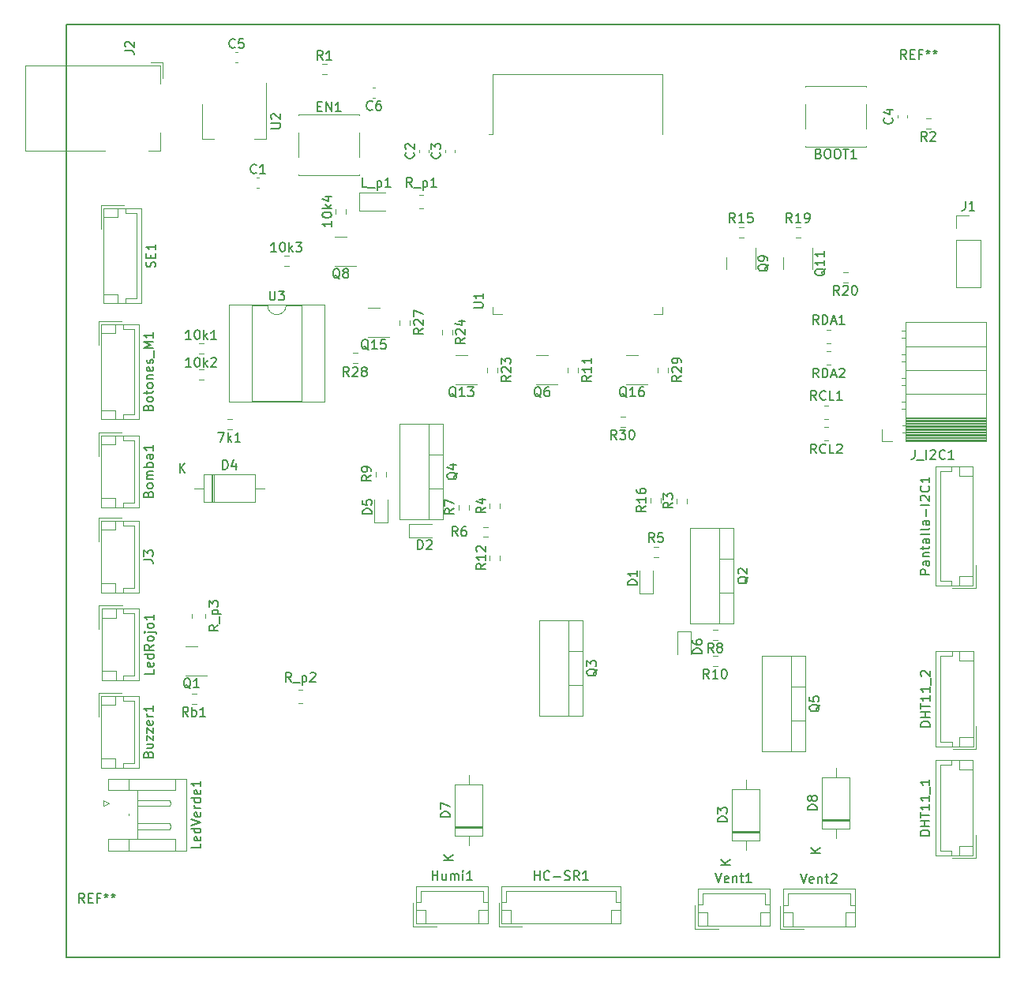
<source format=gbr>
%TF.GenerationSoftware,KiCad,Pcbnew,(6.0.7)*%
%TF.CreationDate,2022-10-25T22:42:20-05:00*%
%TF.ProjectId,embebidos,656d6265-6269-4646-9f73-2e6b69636164,rev?*%
%TF.SameCoordinates,Original*%
%TF.FileFunction,Legend,Top*%
%TF.FilePolarity,Positive*%
%FSLAX46Y46*%
G04 Gerber Fmt 4.6, Leading zero omitted, Abs format (unit mm)*
G04 Created by KiCad (PCBNEW (6.0.7)) date 2022-10-25 22:42:20*
%MOMM*%
%LPD*%
G01*
G04 APERTURE LIST*
%TA.AperFunction,Profile*%
%ADD10C,0.150000*%
%TD*%
%ADD11C,0.150000*%
%ADD12C,0.120000*%
G04 APERTURE END LIST*
D10*
X53594000Y-41910000D02*
X153670000Y-41910000D01*
X153670000Y-41910000D02*
X153670000Y-141986000D01*
X153670000Y-141986000D02*
X53594000Y-141986000D01*
X53594000Y-141986000D02*
X53594000Y-41910000D01*
D11*
%TO.C,D7*%
X94756380Y-126976095D02*
X93756380Y-126976095D01*
X93756380Y-126738000D01*
X93804000Y-126595142D01*
X93899238Y-126499904D01*
X93994476Y-126452285D01*
X94184952Y-126404666D01*
X94327809Y-126404666D01*
X94518285Y-126452285D01*
X94613523Y-126499904D01*
X94708761Y-126595142D01*
X94756380Y-126738000D01*
X94756380Y-126976095D01*
X93756380Y-126071333D02*
X93756380Y-125404666D01*
X94756380Y-125833238D01*
X95126380Y-131579904D02*
X94126380Y-131579904D01*
X95126380Y-131008476D02*
X94554952Y-131437047D01*
X94126380Y-131008476D02*
X94697809Y-131579904D01*
%TO.C,Vent1*%
X123245809Y-133004380D02*
X123579142Y-134004380D01*
X123912476Y-133004380D01*
X124626761Y-133956761D02*
X124531523Y-134004380D01*
X124341047Y-134004380D01*
X124245809Y-133956761D01*
X124198190Y-133861523D01*
X124198190Y-133480571D01*
X124245809Y-133385333D01*
X124341047Y-133337714D01*
X124531523Y-133337714D01*
X124626761Y-133385333D01*
X124674380Y-133480571D01*
X124674380Y-133575809D01*
X124198190Y-133671047D01*
X125102952Y-133337714D02*
X125102952Y-134004380D01*
X125102952Y-133432952D02*
X125150571Y-133385333D01*
X125245809Y-133337714D01*
X125388666Y-133337714D01*
X125483904Y-133385333D01*
X125531523Y-133480571D01*
X125531523Y-134004380D01*
X125864857Y-133337714D02*
X126245809Y-133337714D01*
X126007714Y-133004380D02*
X126007714Y-133861523D01*
X126055333Y-133956761D01*
X126150571Y-134004380D01*
X126245809Y-134004380D01*
X127102952Y-134004380D02*
X126531523Y-134004380D01*
X126817238Y-134004380D02*
X126817238Y-133004380D01*
X126722000Y-133147238D01*
X126626761Y-133242476D01*
X126531523Y-133290095D01*
%TO.C,R9*%
X86304380Y-90336666D02*
X85828190Y-90670000D01*
X86304380Y-90908095D02*
X85304380Y-90908095D01*
X85304380Y-90527142D01*
X85352000Y-90431904D01*
X85399619Y-90384285D01*
X85494857Y-90336666D01*
X85637714Y-90336666D01*
X85732952Y-90384285D01*
X85780571Y-90431904D01*
X85828190Y-90527142D01*
X85828190Y-90908095D01*
X86304380Y-89860476D02*
X86304380Y-89670000D01*
X86256761Y-89574761D01*
X86209142Y-89527142D01*
X86066285Y-89431904D01*
X85875809Y-89384285D01*
X85494857Y-89384285D01*
X85399619Y-89431904D01*
X85352000Y-89479523D01*
X85304380Y-89574761D01*
X85304380Y-89765238D01*
X85352000Y-89860476D01*
X85399619Y-89908095D01*
X85494857Y-89955714D01*
X85732952Y-89955714D01*
X85828190Y-89908095D01*
X85875809Y-89860476D01*
X85923428Y-89765238D01*
X85923428Y-89574761D01*
X85875809Y-89479523D01*
X85828190Y-89431904D01*
X85732952Y-89384285D01*
%TO.C,R16*%
X115768380Y-93606857D02*
X115292190Y-93940190D01*
X115768380Y-94178285D02*
X114768380Y-94178285D01*
X114768380Y-93797333D01*
X114816000Y-93702095D01*
X114863619Y-93654476D01*
X114958857Y-93606857D01*
X115101714Y-93606857D01*
X115196952Y-93654476D01*
X115244571Y-93702095D01*
X115292190Y-93797333D01*
X115292190Y-94178285D01*
X115768380Y-92654476D02*
X115768380Y-93225904D01*
X115768380Y-92940190D02*
X114768380Y-92940190D01*
X114911238Y-93035428D01*
X115006476Y-93130666D01*
X115054095Y-93225904D01*
X114768380Y-91797333D02*
X114768380Y-91987809D01*
X114816000Y-92083047D01*
X114863619Y-92130666D01*
X115006476Y-92225904D01*
X115196952Y-92273523D01*
X115577904Y-92273523D01*
X115673142Y-92225904D01*
X115720761Y-92178285D01*
X115768380Y-92083047D01*
X115768380Y-91892571D01*
X115720761Y-91797333D01*
X115673142Y-91749714D01*
X115577904Y-91702095D01*
X115339809Y-91702095D01*
X115244571Y-91749714D01*
X115196952Y-91797333D01*
X115149333Y-91892571D01*
X115149333Y-92083047D01*
X115196952Y-92178285D01*
X115244571Y-92225904D01*
X115339809Y-92273523D01*
%TO.C,R12*%
X98590380Y-99806357D02*
X98114190Y-100139690D01*
X98590380Y-100377785D02*
X97590380Y-100377785D01*
X97590380Y-99996833D01*
X97638000Y-99901595D01*
X97685619Y-99853976D01*
X97780857Y-99806357D01*
X97923714Y-99806357D01*
X98018952Y-99853976D01*
X98066571Y-99901595D01*
X98114190Y-99996833D01*
X98114190Y-100377785D01*
X98590380Y-98853976D02*
X98590380Y-99425404D01*
X98590380Y-99139690D02*
X97590380Y-99139690D01*
X97733238Y-99234928D01*
X97828476Y-99330166D01*
X97876095Y-99425404D01*
X97685619Y-98473023D02*
X97638000Y-98425404D01*
X97590380Y-98330166D01*
X97590380Y-98092071D01*
X97638000Y-97996833D01*
X97685619Y-97949214D01*
X97780857Y-97901595D01*
X97876095Y-97901595D01*
X98018952Y-97949214D01*
X98590380Y-98520642D01*
X98590380Y-97901595D01*
%TO.C,D6*%
X121770380Y-109450095D02*
X120770380Y-109450095D01*
X120770380Y-109212000D01*
X120818000Y-109069142D01*
X120913238Y-108973904D01*
X121008476Y-108926285D01*
X121198952Y-108878666D01*
X121341809Y-108878666D01*
X121532285Y-108926285D01*
X121627523Y-108973904D01*
X121722761Y-109069142D01*
X121770380Y-109212000D01*
X121770380Y-109450095D01*
X120770380Y-108021523D02*
X120770380Y-108212000D01*
X120818000Y-108307238D01*
X120865619Y-108354857D01*
X121008476Y-108450095D01*
X121198952Y-108497714D01*
X121579904Y-108497714D01*
X121675142Y-108450095D01*
X121722761Y-108402476D01*
X121770380Y-108307238D01*
X121770380Y-108116761D01*
X121722761Y-108021523D01*
X121675142Y-107973904D01*
X121579904Y-107926285D01*
X121341809Y-107926285D01*
X121246571Y-107973904D01*
X121198952Y-108021523D01*
X121151333Y-108116761D01*
X121151333Y-108307238D01*
X121198952Y-108402476D01*
X121246571Y-108450095D01*
X121341809Y-108497714D01*
%TO.C,Botones_M1*%
X62418571Y-83041333D02*
X62466190Y-82898476D01*
X62513809Y-82850857D01*
X62609047Y-82803238D01*
X62751904Y-82803238D01*
X62847142Y-82850857D01*
X62894761Y-82898476D01*
X62942380Y-82993714D01*
X62942380Y-83374666D01*
X61942380Y-83374666D01*
X61942380Y-83041333D01*
X61990000Y-82946095D01*
X62037619Y-82898476D01*
X62132857Y-82850857D01*
X62228095Y-82850857D01*
X62323333Y-82898476D01*
X62370952Y-82946095D01*
X62418571Y-83041333D01*
X62418571Y-83374666D01*
X62942380Y-82231809D02*
X62894761Y-82327047D01*
X62847142Y-82374666D01*
X62751904Y-82422285D01*
X62466190Y-82422285D01*
X62370952Y-82374666D01*
X62323333Y-82327047D01*
X62275714Y-82231809D01*
X62275714Y-82088952D01*
X62323333Y-81993714D01*
X62370952Y-81946095D01*
X62466190Y-81898476D01*
X62751904Y-81898476D01*
X62847142Y-81946095D01*
X62894761Y-81993714D01*
X62942380Y-82088952D01*
X62942380Y-82231809D01*
X62275714Y-81612761D02*
X62275714Y-81231809D01*
X61942380Y-81469904D02*
X62799523Y-81469904D01*
X62894761Y-81422285D01*
X62942380Y-81327047D01*
X62942380Y-81231809D01*
X62942380Y-80755619D02*
X62894761Y-80850857D01*
X62847142Y-80898476D01*
X62751904Y-80946095D01*
X62466190Y-80946095D01*
X62370952Y-80898476D01*
X62323333Y-80850857D01*
X62275714Y-80755619D01*
X62275714Y-80612761D01*
X62323333Y-80517523D01*
X62370952Y-80469904D01*
X62466190Y-80422285D01*
X62751904Y-80422285D01*
X62847142Y-80469904D01*
X62894761Y-80517523D01*
X62942380Y-80612761D01*
X62942380Y-80755619D01*
X62275714Y-79993714D02*
X62942380Y-79993714D01*
X62370952Y-79993714D02*
X62323333Y-79946095D01*
X62275714Y-79850857D01*
X62275714Y-79708000D01*
X62323333Y-79612761D01*
X62418571Y-79565142D01*
X62942380Y-79565142D01*
X62894761Y-78708000D02*
X62942380Y-78803238D01*
X62942380Y-78993714D01*
X62894761Y-79088952D01*
X62799523Y-79136571D01*
X62418571Y-79136571D01*
X62323333Y-79088952D01*
X62275714Y-78993714D01*
X62275714Y-78803238D01*
X62323333Y-78708000D01*
X62418571Y-78660380D01*
X62513809Y-78660380D01*
X62609047Y-79136571D01*
X62894761Y-78279428D02*
X62942380Y-78184190D01*
X62942380Y-77993714D01*
X62894761Y-77898476D01*
X62799523Y-77850857D01*
X62751904Y-77850857D01*
X62656666Y-77898476D01*
X62609047Y-77993714D01*
X62609047Y-78136571D01*
X62561428Y-78231809D01*
X62466190Y-78279428D01*
X62418571Y-78279428D01*
X62323333Y-78231809D01*
X62275714Y-78136571D01*
X62275714Y-77993714D01*
X62323333Y-77898476D01*
X63037619Y-77660380D02*
X63037619Y-76898476D01*
X62942380Y-76660380D02*
X61942380Y-76660380D01*
X62656666Y-76327047D01*
X61942380Y-75993714D01*
X62942380Y-75993714D01*
X62942380Y-74993714D02*
X62942380Y-75565142D01*
X62942380Y-75279428D02*
X61942380Y-75279428D01*
X62085238Y-75374666D01*
X62180476Y-75469904D01*
X62228095Y-75565142D01*
%TO.C,Vent2*%
X132369809Y-133050380D02*
X132703142Y-134050380D01*
X133036476Y-133050380D01*
X133750761Y-134002761D02*
X133655523Y-134050380D01*
X133465047Y-134050380D01*
X133369809Y-134002761D01*
X133322190Y-133907523D01*
X133322190Y-133526571D01*
X133369809Y-133431333D01*
X133465047Y-133383714D01*
X133655523Y-133383714D01*
X133750761Y-133431333D01*
X133798380Y-133526571D01*
X133798380Y-133621809D01*
X133322190Y-133717047D01*
X134226952Y-133383714D02*
X134226952Y-134050380D01*
X134226952Y-133478952D02*
X134274571Y-133431333D01*
X134369809Y-133383714D01*
X134512666Y-133383714D01*
X134607904Y-133431333D01*
X134655523Y-133526571D01*
X134655523Y-134050380D01*
X134988857Y-133383714D02*
X135369809Y-133383714D01*
X135131714Y-133050380D02*
X135131714Y-133907523D01*
X135179333Y-134002761D01*
X135274571Y-134050380D01*
X135369809Y-134050380D01*
X135655523Y-133145619D02*
X135703142Y-133098000D01*
X135798380Y-133050380D01*
X136036476Y-133050380D01*
X136131714Y-133098000D01*
X136179333Y-133145619D01*
X136226952Y-133240857D01*
X136226952Y-133336095D01*
X136179333Y-133478952D01*
X135607904Y-134050380D01*
X136226952Y-134050380D01*
%TO.C,D1*%
X114846380Y-102084095D02*
X113846380Y-102084095D01*
X113846380Y-101846000D01*
X113894000Y-101703142D01*
X113989238Y-101607904D01*
X114084476Y-101560285D01*
X114274952Y-101512666D01*
X114417809Y-101512666D01*
X114608285Y-101560285D01*
X114703523Y-101607904D01*
X114798761Y-101703142D01*
X114846380Y-101846000D01*
X114846380Y-102084095D01*
X114846380Y-100560285D02*
X114846380Y-101131714D01*
X114846380Y-100846000D02*
X113846380Y-100846000D01*
X113989238Y-100941238D01*
X114084476Y-101036476D01*
X114132095Y-101131714D01*
%TO.C,R29*%
X119578380Y-79636857D02*
X119102190Y-79970190D01*
X119578380Y-80208285D02*
X118578380Y-80208285D01*
X118578380Y-79827333D01*
X118626000Y-79732095D01*
X118673619Y-79684476D01*
X118768857Y-79636857D01*
X118911714Y-79636857D01*
X119006952Y-79684476D01*
X119054571Y-79732095D01*
X119102190Y-79827333D01*
X119102190Y-80208285D01*
X118673619Y-79255904D02*
X118626000Y-79208285D01*
X118578380Y-79113047D01*
X118578380Y-78874952D01*
X118626000Y-78779714D01*
X118673619Y-78732095D01*
X118768857Y-78684476D01*
X118864095Y-78684476D01*
X119006952Y-78732095D01*
X119578380Y-79303523D01*
X119578380Y-78684476D01*
X119578380Y-78208285D02*
X119578380Y-78017809D01*
X119530761Y-77922571D01*
X119483142Y-77874952D01*
X119340285Y-77779714D01*
X119149809Y-77732095D01*
X118768857Y-77732095D01*
X118673619Y-77779714D01*
X118626000Y-77827333D01*
X118578380Y-77922571D01*
X118578380Y-78113047D01*
X118626000Y-78208285D01*
X118673619Y-78255904D01*
X118768857Y-78303523D01*
X119006952Y-78303523D01*
X119102190Y-78255904D01*
X119149809Y-78208285D01*
X119197428Y-78113047D01*
X119197428Y-77922571D01*
X119149809Y-77827333D01*
X119102190Y-77779714D01*
X119006952Y-77732095D01*
%TO.C,R28*%
X83939142Y-79700380D02*
X83605809Y-79224190D01*
X83367714Y-79700380D02*
X83367714Y-78700380D01*
X83748666Y-78700380D01*
X83843904Y-78748000D01*
X83891523Y-78795619D01*
X83939142Y-78890857D01*
X83939142Y-79033714D01*
X83891523Y-79128952D01*
X83843904Y-79176571D01*
X83748666Y-79224190D01*
X83367714Y-79224190D01*
X84320095Y-78795619D02*
X84367714Y-78748000D01*
X84462952Y-78700380D01*
X84701047Y-78700380D01*
X84796285Y-78748000D01*
X84843904Y-78795619D01*
X84891523Y-78890857D01*
X84891523Y-78986095D01*
X84843904Y-79128952D01*
X84272476Y-79700380D01*
X84891523Y-79700380D01*
X85462952Y-79128952D02*
X85367714Y-79081333D01*
X85320095Y-79033714D01*
X85272476Y-78938476D01*
X85272476Y-78890857D01*
X85320095Y-78795619D01*
X85367714Y-78748000D01*
X85462952Y-78700380D01*
X85653428Y-78700380D01*
X85748666Y-78748000D01*
X85796285Y-78795619D01*
X85843904Y-78890857D01*
X85843904Y-78938476D01*
X85796285Y-79033714D01*
X85748666Y-79081333D01*
X85653428Y-79128952D01*
X85462952Y-79128952D01*
X85367714Y-79176571D01*
X85320095Y-79224190D01*
X85272476Y-79319428D01*
X85272476Y-79509904D01*
X85320095Y-79605142D01*
X85367714Y-79652761D01*
X85462952Y-79700380D01*
X85653428Y-79700380D01*
X85748666Y-79652761D01*
X85796285Y-79605142D01*
X85843904Y-79509904D01*
X85843904Y-79319428D01*
X85796285Y-79224190D01*
X85748666Y-79176571D01*
X85653428Y-79128952D01*
%TO.C,C2*%
X90875142Y-55692166D02*
X90922761Y-55739785D01*
X90970380Y-55882642D01*
X90970380Y-55977880D01*
X90922761Y-56120738D01*
X90827523Y-56215976D01*
X90732285Y-56263595D01*
X90541809Y-56311214D01*
X90398952Y-56311214D01*
X90208476Y-56263595D01*
X90113238Y-56215976D01*
X90018000Y-56120738D01*
X89970380Y-55977880D01*
X89970380Y-55882642D01*
X90018000Y-55739785D01*
X90065619Y-55692166D01*
X90065619Y-55311214D02*
X90018000Y-55263595D01*
X89970380Y-55168357D01*
X89970380Y-54930261D01*
X90018000Y-54835023D01*
X90065619Y-54787404D01*
X90160857Y-54739785D01*
X90256095Y-54739785D01*
X90398952Y-54787404D01*
X90970380Y-55358833D01*
X90970380Y-54739785D01*
%TO.C,C1*%
X74001333Y-57855142D02*
X73953714Y-57902761D01*
X73810857Y-57950380D01*
X73715619Y-57950380D01*
X73572761Y-57902761D01*
X73477523Y-57807523D01*
X73429904Y-57712285D01*
X73382285Y-57521809D01*
X73382285Y-57378952D01*
X73429904Y-57188476D01*
X73477523Y-57093238D01*
X73572761Y-56998000D01*
X73715619Y-56950380D01*
X73810857Y-56950380D01*
X73953714Y-56998000D01*
X74001333Y-57045619D01*
X74953714Y-57950380D02*
X74382285Y-57950380D01*
X74668000Y-57950380D02*
X74668000Y-56950380D01*
X74572761Y-57093238D01*
X74477523Y-57188476D01*
X74382285Y-57236095D01*
%TO.C,R_p1*%
X90694000Y-59380380D02*
X90360666Y-58904190D01*
X90122571Y-59380380D02*
X90122571Y-58380380D01*
X90503523Y-58380380D01*
X90598761Y-58428000D01*
X90646380Y-58475619D01*
X90694000Y-58570857D01*
X90694000Y-58713714D01*
X90646380Y-58808952D01*
X90598761Y-58856571D01*
X90503523Y-58904190D01*
X90122571Y-58904190D01*
X90884476Y-59475619D02*
X91646380Y-59475619D01*
X91884476Y-58713714D02*
X91884476Y-59713714D01*
X91884476Y-58761333D02*
X91979714Y-58713714D01*
X92170190Y-58713714D01*
X92265428Y-58761333D01*
X92313047Y-58808952D01*
X92360666Y-58904190D01*
X92360666Y-59189904D01*
X92313047Y-59285142D01*
X92265428Y-59332761D01*
X92170190Y-59380380D01*
X91979714Y-59380380D01*
X91884476Y-59332761D01*
X93313047Y-59380380D02*
X92741619Y-59380380D01*
X93027333Y-59380380D02*
X93027333Y-58380380D01*
X92932095Y-58523238D01*
X92836857Y-58618476D01*
X92741619Y-58666095D01*
%TO.C,10k3*%
X76144571Y-66332380D02*
X75573142Y-66332380D01*
X75858857Y-66332380D02*
X75858857Y-65332380D01*
X75763619Y-65475238D01*
X75668380Y-65570476D01*
X75573142Y-65618095D01*
X76763619Y-65332380D02*
X76858857Y-65332380D01*
X76954095Y-65380000D01*
X77001714Y-65427619D01*
X77049333Y-65522857D01*
X77096952Y-65713333D01*
X77096952Y-65951428D01*
X77049333Y-66141904D01*
X77001714Y-66237142D01*
X76954095Y-66284761D01*
X76858857Y-66332380D01*
X76763619Y-66332380D01*
X76668380Y-66284761D01*
X76620761Y-66237142D01*
X76573142Y-66141904D01*
X76525523Y-65951428D01*
X76525523Y-65713333D01*
X76573142Y-65522857D01*
X76620761Y-65427619D01*
X76668380Y-65380000D01*
X76763619Y-65332380D01*
X77525523Y-66332380D02*
X77525523Y-65332380D01*
X77620761Y-65951428D02*
X77906476Y-66332380D01*
X77906476Y-65665714D02*
X77525523Y-66046666D01*
X78239809Y-65332380D02*
X78858857Y-65332380D01*
X78525523Y-65713333D01*
X78668380Y-65713333D01*
X78763619Y-65760952D01*
X78811238Y-65808571D01*
X78858857Y-65903809D01*
X78858857Y-66141904D01*
X78811238Y-66237142D01*
X78763619Y-66284761D01*
X78668380Y-66332380D01*
X78382666Y-66332380D01*
X78287428Y-66284761D01*
X78239809Y-66237142D01*
%TO.C,R27*%
X91892380Y-74556857D02*
X91416190Y-74890190D01*
X91892380Y-75128285D02*
X90892380Y-75128285D01*
X90892380Y-74747333D01*
X90940000Y-74652095D01*
X90987619Y-74604476D01*
X91082857Y-74556857D01*
X91225714Y-74556857D01*
X91320952Y-74604476D01*
X91368571Y-74652095D01*
X91416190Y-74747333D01*
X91416190Y-75128285D01*
X90987619Y-74175904D02*
X90940000Y-74128285D01*
X90892380Y-74033047D01*
X90892380Y-73794952D01*
X90940000Y-73699714D01*
X90987619Y-73652095D01*
X91082857Y-73604476D01*
X91178095Y-73604476D01*
X91320952Y-73652095D01*
X91892380Y-74223523D01*
X91892380Y-73604476D01*
X90892380Y-73271142D02*
X90892380Y-72604476D01*
X91892380Y-73033047D01*
%TO.C,Q2*%
X126737619Y-101187238D02*
X126690000Y-101282476D01*
X126594761Y-101377714D01*
X126451904Y-101520571D01*
X126404285Y-101615809D01*
X126404285Y-101711047D01*
X126642380Y-101663428D02*
X126594761Y-101758666D01*
X126499523Y-101853904D01*
X126309047Y-101901523D01*
X125975714Y-101901523D01*
X125785238Y-101853904D01*
X125690000Y-101758666D01*
X125642380Y-101663428D01*
X125642380Y-101472952D01*
X125690000Y-101377714D01*
X125785238Y-101282476D01*
X125975714Y-101234857D01*
X126309047Y-101234857D01*
X126499523Y-101282476D01*
X126594761Y-101377714D01*
X126642380Y-101472952D01*
X126642380Y-101663428D01*
X125737619Y-100853904D02*
X125690000Y-100806285D01*
X125642380Y-100711047D01*
X125642380Y-100472952D01*
X125690000Y-100377714D01*
X125737619Y-100330095D01*
X125832857Y-100282476D01*
X125928095Y-100282476D01*
X126070952Y-100330095D01*
X126642380Y-100901523D01*
X126642380Y-100282476D01*
%TO.C,10k4*%
X82080380Y-63047428D02*
X82080380Y-63618857D01*
X82080380Y-63333142D02*
X81080380Y-63333142D01*
X81223238Y-63428380D01*
X81318476Y-63523619D01*
X81366095Y-63618857D01*
X81080380Y-62428380D02*
X81080380Y-62333142D01*
X81128000Y-62237904D01*
X81175619Y-62190285D01*
X81270857Y-62142666D01*
X81461333Y-62095047D01*
X81699428Y-62095047D01*
X81889904Y-62142666D01*
X81985142Y-62190285D01*
X82032761Y-62237904D01*
X82080380Y-62333142D01*
X82080380Y-62428380D01*
X82032761Y-62523619D01*
X81985142Y-62571238D01*
X81889904Y-62618857D01*
X81699428Y-62666476D01*
X81461333Y-62666476D01*
X81270857Y-62618857D01*
X81175619Y-62571238D01*
X81128000Y-62523619D01*
X81080380Y-62428380D01*
X82080380Y-61666476D02*
X81080380Y-61666476D01*
X81699428Y-61571238D02*
X82080380Y-61285523D01*
X81413714Y-61285523D02*
X81794666Y-61666476D01*
X81413714Y-60428380D02*
X82080380Y-60428380D01*
X81032761Y-60666476D02*
X81747047Y-60904571D01*
X81747047Y-60285523D01*
%TO.C,C6*%
X86447333Y-51063142D02*
X86399714Y-51110761D01*
X86256857Y-51158380D01*
X86161619Y-51158380D01*
X86018761Y-51110761D01*
X85923523Y-51015523D01*
X85875904Y-50920285D01*
X85828285Y-50729809D01*
X85828285Y-50586952D01*
X85875904Y-50396476D01*
X85923523Y-50301238D01*
X86018761Y-50206000D01*
X86161619Y-50158380D01*
X86256857Y-50158380D01*
X86399714Y-50206000D01*
X86447333Y-50253619D01*
X87304476Y-50158380D02*
X87114000Y-50158380D01*
X87018761Y-50206000D01*
X86971142Y-50253619D01*
X86875904Y-50396476D01*
X86828285Y-50586952D01*
X86828285Y-50967904D01*
X86875904Y-51063142D01*
X86923523Y-51110761D01*
X87018761Y-51158380D01*
X87209238Y-51158380D01*
X87304476Y-51110761D01*
X87352095Y-51063142D01*
X87399714Y-50967904D01*
X87399714Y-50729809D01*
X87352095Y-50634571D01*
X87304476Y-50586952D01*
X87209238Y-50539333D01*
X87018761Y-50539333D01*
X86923523Y-50586952D01*
X86875904Y-50634571D01*
X86828285Y-50729809D01*
%TO.C,R10*%
X122547142Y-112118380D02*
X122213809Y-111642190D01*
X121975714Y-112118380D02*
X121975714Y-111118380D01*
X122356666Y-111118380D01*
X122451904Y-111166000D01*
X122499523Y-111213619D01*
X122547142Y-111308857D01*
X122547142Y-111451714D01*
X122499523Y-111546952D01*
X122451904Y-111594571D01*
X122356666Y-111642190D01*
X121975714Y-111642190D01*
X123499523Y-112118380D02*
X122928095Y-112118380D01*
X123213809Y-112118380D02*
X123213809Y-111118380D01*
X123118571Y-111261238D01*
X123023333Y-111356476D01*
X122928095Y-111404095D01*
X124118571Y-111118380D02*
X124213809Y-111118380D01*
X124309047Y-111166000D01*
X124356666Y-111213619D01*
X124404285Y-111308857D01*
X124451904Y-111499333D01*
X124451904Y-111737428D01*
X124404285Y-111927904D01*
X124356666Y-112023142D01*
X124309047Y-112070761D01*
X124213809Y-112118380D01*
X124118571Y-112118380D01*
X124023333Y-112070761D01*
X123975714Y-112023142D01*
X123928095Y-111927904D01*
X123880476Y-111737428D01*
X123880476Y-111499333D01*
X123928095Y-111308857D01*
X123975714Y-111213619D01*
X124023333Y-111166000D01*
X124118571Y-111118380D01*
%TO.C,Humi1*%
X92876952Y-133750380D02*
X92876952Y-132750380D01*
X92876952Y-133226571D02*
X93448380Y-133226571D01*
X93448380Y-133750380D02*
X93448380Y-132750380D01*
X94353142Y-133083714D02*
X94353142Y-133750380D01*
X93924571Y-133083714D02*
X93924571Y-133607523D01*
X93972190Y-133702761D01*
X94067428Y-133750380D01*
X94210285Y-133750380D01*
X94305523Y-133702761D01*
X94353142Y-133655142D01*
X94829333Y-133750380D02*
X94829333Y-133083714D01*
X94829333Y-133178952D02*
X94876952Y-133131333D01*
X94972190Y-133083714D01*
X95115047Y-133083714D01*
X95210285Y-133131333D01*
X95257904Y-133226571D01*
X95257904Y-133750380D01*
X95257904Y-133226571D02*
X95305523Y-133131333D01*
X95400761Y-133083714D01*
X95543619Y-133083714D01*
X95638857Y-133131333D01*
X95686476Y-133226571D01*
X95686476Y-133750380D01*
X96162666Y-133750380D02*
X96162666Y-133083714D01*
X96162666Y-132750380D02*
X96115047Y-132798000D01*
X96162666Y-132845619D01*
X96210285Y-132798000D01*
X96162666Y-132750380D01*
X96162666Y-132845619D01*
X97162666Y-133750380D02*
X96591238Y-133750380D01*
X96876952Y-133750380D02*
X96876952Y-132750380D01*
X96781714Y-132893238D01*
X96686476Y-132988476D01*
X96591238Y-133036095D01*
%TO.C,RCL2*%
X134056571Y-87954380D02*
X133723238Y-87478190D01*
X133485142Y-87954380D02*
X133485142Y-86954380D01*
X133866095Y-86954380D01*
X133961333Y-87002000D01*
X134008952Y-87049619D01*
X134056571Y-87144857D01*
X134056571Y-87287714D01*
X134008952Y-87382952D01*
X133961333Y-87430571D01*
X133866095Y-87478190D01*
X133485142Y-87478190D01*
X135056571Y-87859142D02*
X135008952Y-87906761D01*
X134866095Y-87954380D01*
X134770857Y-87954380D01*
X134628000Y-87906761D01*
X134532761Y-87811523D01*
X134485142Y-87716285D01*
X134437523Y-87525809D01*
X134437523Y-87382952D01*
X134485142Y-87192476D01*
X134532761Y-87097238D01*
X134628000Y-87002000D01*
X134770857Y-86954380D01*
X134866095Y-86954380D01*
X135008952Y-87002000D01*
X135056571Y-87049619D01*
X135961333Y-87954380D02*
X135485142Y-87954380D01*
X135485142Y-86954380D01*
X136247047Y-87049619D02*
X136294666Y-87002000D01*
X136389904Y-86954380D01*
X136628000Y-86954380D01*
X136723238Y-87002000D01*
X136770857Y-87049619D01*
X136818476Y-87144857D01*
X136818476Y-87240095D01*
X136770857Y-87382952D01*
X136199428Y-87954380D01*
X136818476Y-87954380D01*
%TO.C,J_I2C1*%
X144609428Y-87586380D02*
X144609428Y-88300666D01*
X144561809Y-88443523D01*
X144466571Y-88538761D01*
X144323714Y-88586380D01*
X144228476Y-88586380D01*
X144847523Y-88681619D02*
X145609428Y-88681619D01*
X145847523Y-88586380D02*
X145847523Y-87586380D01*
X146276095Y-87681619D02*
X146323714Y-87634000D01*
X146418952Y-87586380D01*
X146657047Y-87586380D01*
X146752285Y-87634000D01*
X146799904Y-87681619D01*
X146847523Y-87776857D01*
X146847523Y-87872095D01*
X146799904Y-88014952D01*
X146228476Y-88586380D01*
X146847523Y-88586380D01*
X147847523Y-88491142D02*
X147799904Y-88538761D01*
X147657047Y-88586380D01*
X147561809Y-88586380D01*
X147418952Y-88538761D01*
X147323714Y-88443523D01*
X147276095Y-88348285D01*
X147228476Y-88157809D01*
X147228476Y-88014952D01*
X147276095Y-87824476D01*
X147323714Y-87729238D01*
X147418952Y-87634000D01*
X147561809Y-87586380D01*
X147657047Y-87586380D01*
X147799904Y-87634000D01*
X147847523Y-87681619D01*
X148799904Y-88586380D02*
X148228476Y-88586380D01*
X148514190Y-88586380D02*
X148514190Y-87586380D01*
X148418952Y-87729238D01*
X148323714Y-87824476D01*
X148228476Y-87872095D01*
%TO.C,R7*%
X95194380Y-93892666D02*
X94718190Y-94226000D01*
X95194380Y-94464095D02*
X94194380Y-94464095D01*
X94194380Y-94083142D01*
X94242000Y-93987904D01*
X94289619Y-93940285D01*
X94384857Y-93892666D01*
X94527714Y-93892666D01*
X94622952Y-93940285D01*
X94670571Y-93987904D01*
X94718190Y-94083142D01*
X94718190Y-94464095D01*
X94194380Y-93559333D02*
X94194380Y-92892666D01*
X95194380Y-93321238D01*
%TO.C,R3*%
X118656380Y-93234166D02*
X118180190Y-93567500D01*
X118656380Y-93805595D02*
X117656380Y-93805595D01*
X117656380Y-93424642D01*
X117704000Y-93329404D01*
X117751619Y-93281785D01*
X117846857Y-93234166D01*
X117989714Y-93234166D01*
X118084952Y-93281785D01*
X118132571Y-93329404D01*
X118180190Y-93424642D01*
X118180190Y-93805595D01*
X117656380Y-92900833D02*
X117656380Y-92281785D01*
X118037333Y-92615119D01*
X118037333Y-92472261D01*
X118084952Y-92377023D01*
X118132571Y-92329404D01*
X118227809Y-92281785D01*
X118465904Y-92281785D01*
X118561142Y-92329404D01*
X118608761Y-92377023D01*
X118656380Y-92472261D01*
X118656380Y-92757976D01*
X118608761Y-92853214D01*
X118561142Y-92900833D01*
%TO.C,D8*%
X134126380Y-126214095D02*
X133126380Y-126214095D01*
X133126380Y-125976000D01*
X133174000Y-125833142D01*
X133269238Y-125737904D01*
X133364476Y-125690285D01*
X133554952Y-125642666D01*
X133697809Y-125642666D01*
X133888285Y-125690285D01*
X133983523Y-125737904D01*
X134078761Y-125833142D01*
X134126380Y-125976000D01*
X134126380Y-126214095D01*
X133554952Y-125071238D02*
X133507333Y-125166476D01*
X133459714Y-125214095D01*
X133364476Y-125261714D01*
X133316857Y-125261714D01*
X133221619Y-125214095D01*
X133174000Y-125166476D01*
X133126380Y-125071238D01*
X133126380Y-124880761D01*
X133174000Y-124785523D01*
X133221619Y-124737904D01*
X133316857Y-124690285D01*
X133364476Y-124690285D01*
X133459714Y-124737904D01*
X133507333Y-124785523D01*
X133554952Y-124880761D01*
X133554952Y-125071238D01*
X133602571Y-125166476D01*
X133650190Y-125214095D01*
X133745428Y-125261714D01*
X133935904Y-125261714D01*
X134031142Y-125214095D01*
X134078761Y-125166476D01*
X134126380Y-125071238D01*
X134126380Y-124880761D01*
X134078761Y-124785523D01*
X134031142Y-124737904D01*
X133935904Y-124690285D01*
X133745428Y-124690285D01*
X133650190Y-124737904D01*
X133602571Y-124785523D01*
X133554952Y-124880761D01*
X134496380Y-130817904D02*
X133496380Y-130817904D01*
X134496380Y-130246476D02*
X133924952Y-130675047D01*
X133496380Y-130246476D02*
X134067809Y-130817904D01*
%TO.C,DHT11_2*%
X146242380Y-117276190D02*
X145242380Y-117276190D01*
X145242380Y-117038095D01*
X145290000Y-116895238D01*
X145385238Y-116800000D01*
X145480476Y-116752380D01*
X145670952Y-116704761D01*
X145813809Y-116704761D01*
X146004285Y-116752380D01*
X146099523Y-116800000D01*
X146194761Y-116895238D01*
X146242380Y-117038095D01*
X146242380Y-117276190D01*
X146242380Y-116276190D02*
X145242380Y-116276190D01*
X145718571Y-116276190D02*
X145718571Y-115704761D01*
X146242380Y-115704761D02*
X145242380Y-115704761D01*
X145242380Y-115371428D02*
X145242380Y-114800000D01*
X146242380Y-115085714D02*
X145242380Y-115085714D01*
X146242380Y-113942857D02*
X146242380Y-114514285D01*
X146242380Y-114228571D02*
X145242380Y-114228571D01*
X145385238Y-114323809D01*
X145480476Y-114419047D01*
X145528095Y-114514285D01*
X146242380Y-112990476D02*
X146242380Y-113561904D01*
X146242380Y-113276190D02*
X145242380Y-113276190D01*
X145385238Y-113371428D01*
X145480476Y-113466666D01*
X145528095Y-113561904D01*
X146337619Y-112800000D02*
X146337619Y-112038095D01*
X145337619Y-111847619D02*
X145290000Y-111800000D01*
X145242380Y-111704761D01*
X145242380Y-111466666D01*
X145290000Y-111371428D01*
X145337619Y-111323809D01*
X145432857Y-111276190D01*
X145528095Y-111276190D01*
X145670952Y-111323809D01*
X146242380Y-111895238D01*
X146242380Y-111276190D01*
%TO.C,R11*%
X109926380Y-79636857D02*
X109450190Y-79970190D01*
X109926380Y-80208285D02*
X108926380Y-80208285D01*
X108926380Y-79827333D01*
X108974000Y-79732095D01*
X109021619Y-79684476D01*
X109116857Y-79636857D01*
X109259714Y-79636857D01*
X109354952Y-79684476D01*
X109402571Y-79732095D01*
X109450190Y-79827333D01*
X109450190Y-80208285D01*
X109926380Y-78684476D02*
X109926380Y-79255904D01*
X109926380Y-78970190D02*
X108926380Y-78970190D01*
X109069238Y-79065428D01*
X109164476Y-79160666D01*
X109212095Y-79255904D01*
X109926380Y-77732095D02*
X109926380Y-78303523D01*
X109926380Y-78017809D02*
X108926380Y-78017809D01*
X109069238Y-78113047D01*
X109164476Y-78208285D01*
X109212095Y-78303523D01*
%TO.C,SE1*%
X63148761Y-67976285D02*
X63196380Y-67833428D01*
X63196380Y-67595333D01*
X63148761Y-67500095D01*
X63101142Y-67452476D01*
X63005904Y-67404857D01*
X62910666Y-67404857D01*
X62815428Y-67452476D01*
X62767809Y-67500095D01*
X62720190Y-67595333D01*
X62672571Y-67785809D01*
X62624952Y-67881047D01*
X62577333Y-67928666D01*
X62482095Y-67976285D01*
X62386857Y-67976285D01*
X62291619Y-67928666D01*
X62244000Y-67881047D01*
X62196380Y-67785809D01*
X62196380Y-67547714D01*
X62244000Y-67404857D01*
X62672571Y-66976285D02*
X62672571Y-66642952D01*
X63196380Y-66500095D02*
X63196380Y-66976285D01*
X62196380Y-66976285D01*
X62196380Y-66500095D01*
X63196380Y-65547714D02*
X63196380Y-66119142D01*
X63196380Y-65833428D02*
X62196380Y-65833428D01*
X62339238Y-65928666D01*
X62434476Y-66023904D01*
X62482095Y-66119142D01*
%TO.C,C4*%
X142183142Y-51982666D02*
X142230761Y-52030285D01*
X142278380Y-52173142D01*
X142278380Y-52268380D01*
X142230761Y-52411238D01*
X142135523Y-52506476D01*
X142040285Y-52554095D01*
X141849809Y-52601714D01*
X141706952Y-52601714D01*
X141516476Y-52554095D01*
X141421238Y-52506476D01*
X141326000Y-52411238D01*
X141278380Y-52268380D01*
X141278380Y-52173142D01*
X141326000Y-52030285D01*
X141373619Y-51982666D01*
X141611714Y-51125523D02*
X142278380Y-51125523D01*
X141230761Y-51363619D02*
X141945047Y-51601714D01*
X141945047Y-50982666D01*
%TO.C,LedRojo1*%
X62988380Y-111148476D02*
X62988380Y-111624666D01*
X61988380Y-111624666D01*
X62940761Y-110434190D02*
X62988380Y-110529428D01*
X62988380Y-110719904D01*
X62940761Y-110815142D01*
X62845523Y-110862761D01*
X62464571Y-110862761D01*
X62369333Y-110815142D01*
X62321714Y-110719904D01*
X62321714Y-110529428D01*
X62369333Y-110434190D01*
X62464571Y-110386571D01*
X62559809Y-110386571D01*
X62655047Y-110862761D01*
X62988380Y-109529428D02*
X61988380Y-109529428D01*
X62940761Y-109529428D02*
X62988380Y-109624666D01*
X62988380Y-109815142D01*
X62940761Y-109910380D01*
X62893142Y-109958000D01*
X62797904Y-110005619D01*
X62512190Y-110005619D01*
X62416952Y-109958000D01*
X62369333Y-109910380D01*
X62321714Y-109815142D01*
X62321714Y-109624666D01*
X62369333Y-109529428D01*
X62988380Y-108481809D02*
X62512190Y-108815142D01*
X62988380Y-109053238D02*
X61988380Y-109053238D01*
X61988380Y-108672285D01*
X62036000Y-108577047D01*
X62083619Y-108529428D01*
X62178857Y-108481809D01*
X62321714Y-108481809D01*
X62416952Y-108529428D01*
X62464571Y-108577047D01*
X62512190Y-108672285D01*
X62512190Y-109053238D01*
X62988380Y-107910380D02*
X62940761Y-108005619D01*
X62893142Y-108053238D01*
X62797904Y-108100857D01*
X62512190Y-108100857D01*
X62416952Y-108053238D01*
X62369333Y-108005619D01*
X62321714Y-107910380D01*
X62321714Y-107767523D01*
X62369333Y-107672285D01*
X62416952Y-107624666D01*
X62512190Y-107577047D01*
X62797904Y-107577047D01*
X62893142Y-107624666D01*
X62940761Y-107672285D01*
X62988380Y-107767523D01*
X62988380Y-107910380D01*
X62321714Y-107148476D02*
X63178857Y-107148476D01*
X63274095Y-107196095D01*
X63321714Y-107291333D01*
X63321714Y-107338952D01*
X61988380Y-107148476D02*
X62036000Y-107196095D01*
X62083619Y-107148476D01*
X62036000Y-107100857D01*
X61988380Y-107148476D01*
X62083619Y-107148476D01*
X62988380Y-106529428D02*
X62940761Y-106624666D01*
X62893142Y-106672285D01*
X62797904Y-106719904D01*
X62512190Y-106719904D01*
X62416952Y-106672285D01*
X62369333Y-106624666D01*
X62321714Y-106529428D01*
X62321714Y-106386571D01*
X62369333Y-106291333D01*
X62416952Y-106243714D01*
X62512190Y-106196095D01*
X62797904Y-106196095D01*
X62893142Y-106243714D01*
X62940761Y-106291333D01*
X62988380Y-106386571D01*
X62988380Y-106529428D01*
X62988380Y-105243714D02*
X62988380Y-105815142D01*
X62988380Y-105529428D02*
X61988380Y-105529428D01*
X62131238Y-105624666D01*
X62226476Y-105719904D01*
X62274095Y-105815142D01*
%TO.C,Q3*%
X110552619Y-111093238D02*
X110505000Y-111188476D01*
X110409761Y-111283714D01*
X110266904Y-111426571D01*
X110219285Y-111521809D01*
X110219285Y-111617047D01*
X110457380Y-111569428D02*
X110409761Y-111664666D01*
X110314523Y-111759904D01*
X110124047Y-111807523D01*
X109790714Y-111807523D01*
X109600238Y-111759904D01*
X109505000Y-111664666D01*
X109457380Y-111569428D01*
X109457380Y-111378952D01*
X109505000Y-111283714D01*
X109600238Y-111188476D01*
X109790714Y-111140857D01*
X110124047Y-111140857D01*
X110314523Y-111188476D01*
X110409761Y-111283714D01*
X110457380Y-111378952D01*
X110457380Y-111569428D01*
X109457380Y-110807523D02*
X109457380Y-110188476D01*
X109838333Y-110521809D01*
X109838333Y-110378952D01*
X109885952Y-110283714D01*
X109933571Y-110236095D01*
X110028809Y-110188476D01*
X110266904Y-110188476D01*
X110362142Y-110236095D01*
X110409761Y-110283714D01*
X110457380Y-110378952D01*
X110457380Y-110664666D01*
X110409761Y-110759904D01*
X110362142Y-110807523D01*
%TO.C,U1*%
X97300380Y-72353904D02*
X98109904Y-72353904D01*
X98205142Y-72306285D01*
X98252761Y-72258666D01*
X98300380Y-72163428D01*
X98300380Y-71972952D01*
X98252761Y-71877714D01*
X98205142Y-71830095D01*
X98109904Y-71782476D01*
X97300380Y-71782476D01*
X98300380Y-70782476D02*
X98300380Y-71353904D01*
X98300380Y-71068190D02*
X97300380Y-71068190D01*
X97443238Y-71163428D01*
X97538476Y-71258666D01*
X97586095Y-71353904D01*
%TO.C,R1*%
X81113333Y-45758380D02*
X80780000Y-45282190D01*
X80541904Y-45758380D02*
X80541904Y-44758380D01*
X80922857Y-44758380D01*
X81018095Y-44806000D01*
X81065714Y-44853619D01*
X81113333Y-44948857D01*
X81113333Y-45091714D01*
X81065714Y-45186952D01*
X81018095Y-45234571D01*
X80922857Y-45282190D01*
X80541904Y-45282190D01*
X82065714Y-45758380D02*
X81494285Y-45758380D01*
X81780000Y-45758380D02*
X81780000Y-44758380D01*
X81684761Y-44901238D01*
X81589523Y-44996476D01*
X81494285Y-45044095D01*
%TO.C,REF\u002A\u002A*%
X143700666Y-45664380D02*
X143367333Y-45188190D01*
X143129238Y-45664380D02*
X143129238Y-44664380D01*
X143510190Y-44664380D01*
X143605428Y-44712000D01*
X143653047Y-44759619D01*
X143700666Y-44854857D01*
X143700666Y-44997714D01*
X143653047Y-45092952D01*
X143605428Y-45140571D01*
X143510190Y-45188190D01*
X143129238Y-45188190D01*
X144129238Y-45140571D02*
X144462571Y-45140571D01*
X144605428Y-45664380D02*
X144129238Y-45664380D01*
X144129238Y-44664380D01*
X144605428Y-44664380D01*
X145367333Y-45140571D02*
X145034000Y-45140571D01*
X145034000Y-45664380D02*
X145034000Y-44664380D01*
X145510190Y-44664380D01*
X146034000Y-44664380D02*
X146034000Y-44902476D01*
X145795904Y-44807238D02*
X146034000Y-44902476D01*
X146272095Y-44807238D01*
X145891142Y-45092952D02*
X146034000Y-44902476D01*
X146176857Y-45092952D01*
X146795904Y-44664380D02*
X146795904Y-44902476D01*
X146557809Y-44807238D02*
X146795904Y-44902476D01*
X147034000Y-44807238D01*
X146653047Y-45092952D02*
X146795904Y-44902476D01*
X146938761Y-45092952D01*
%TO.C,LedVerde1*%
X68042380Y-129821238D02*
X68042380Y-130297428D01*
X67042380Y-130297428D01*
X67994761Y-129106952D02*
X68042380Y-129202190D01*
X68042380Y-129392666D01*
X67994761Y-129487904D01*
X67899523Y-129535523D01*
X67518571Y-129535523D01*
X67423333Y-129487904D01*
X67375714Y-129392666D01*
X67375714Y-129202190D01*
X67423333Y-129106952D01*
X67518571Y-129059333D01*
X67613809Y-129059333D01*
X67709047Y-129535523D01*
X68042380Y-128202190D02*
X67042380Y-128202190D01*
X67994761Y-128202190D02*
X68042380Y-128297428D01*
X68042380Y-128487904D01*
X67994761Y-128583142D01*
X67947142Y-128630761D01*
X67851904Y-128678380D01*
X67566190Y-128678380D01*
X67470952Y-128630761D01*
X67423333Y-128583142D01*
X67375714Y-128487904D01*
X67375714Y-128297428D01*
X67423333Y-128202190D01*
X67042380Y-127868857D02*
X68042380Y-127535523D01*
X67042380Y-127202190D01*
X67994761Y-126487904D02*
X68042380Y-126583142D01*
X68042380Y-126773619D01*
X67994761Y-126868857D01*
X67899523Y-126916476D01*
X67518571Y-126916476D01*
X67423333Y-126868857D01*
X67375714Y-126773619D01*
X67375714Y-126583142D01*
X67423333Y-126487904D01*
X67518571Y-126440285D01*
X67613809Y-126440285D01*
X67709047Y-126916476D01*
X68042380Y-126011714D02*
X67375714Y-126011714D01*
X67566190Y-126011714D02*
X67470952Y-125964095D01*
X67423333Y-125916476D01*
X67375714Y-125821238D01*
X67375714Y-125726000D01*
X68042380Y-124964095D02*
X67042380Y-124964095D01*
X67994761Y-124964095D02*
X68042380Y-125059333D01*
X68042380Y-125249809D01*
X67994761Y-125345047D01*
X67947142Y-125392666D01*
X67851904Y-125440285D01*
X67566190Y-125440285D01*
X67470952Y-125392666D01*
X67423333Y-125345047D01*
X67375714Y-125249809D01*
X67375714Y-125059333D01*
X67423333Y-124964095D01*
X67994761Y-124106952D02*
X68042380Y-124202190D01*
X68042380Y-124392666D01*
X67994761Y-124487904D01*
X67899523Y-124535523D01*
X67518571Y-124535523D01*
X67423333Y-124487904D01*
X67375714Y-124392666D01*
X67375714Y-124202190D01*
X67423333Y-124106952D01*
X67518571Y-124059333D01*
X67613809Y-124059333D01*
X67709047Y-124535523D01*
X68042380Y-123106952D02*
X68042380Y-123678380D01*
X68042380Y-123392666D02*
X67042380Y-123392666D01*
X67185238Y-123487904D01*
X67280476Y-123583142D01*
X67328095Y-123678380D01*
%TO.C,J3*%
X61942380Y-99373333D02*
X62656666Y-99373333D01*
X62799523Y-99420952D01*
X62894761Y-99516190D01*
X62942380Y-99659047D01*
X62942380Y-99754285D01*
X61942380Y-98992380D02*
X61942380Y-98373333D01*
X62323333Y-98706666D01*
X62323333Y-98563809D01*
X62370952Y-98468571D01*
X62418571Y-98420952D01*
X62513809Y-98373333D01*
X62751904Y-98373333D01*
X62847142Y-98420952D01*
X62894761Y-98468571D01*
X62942380Y-98563809D01*
X62942380Y-98849523D01*
X62894761Y-98944761D01*
X62847142Y-98992380D01*
%TO.C,Buzzer1*%
X62418571Y-120240761D02*
X62466190Y-120097904D01*
X62513809Y-120050285D01*
X62609047Y-120002666D01*
X62751904Y-120002666D01*
X62847142Y-120050285D01*
X62894761Y-120097904D01*
X62942380Y-120193142D01*
X62942380Y-120574095D01*
X61942380Y-120574095D01*
X61942380Y-120240761D01*
X61990000Y-120145523D01*
X62037619Y-120097904D01*
X62132857Y-120050285D01*
X62228095Y-120050285D01*
X62323333Y-120097904D01*
X62370952Y-120145523D01*
X62418571Y-120240761D01*
X62418571Y-120574095D01*
X62275714Y-119145523D02*
X62942380Y-119145523D01*
X62275714Y-119574095D02*
X62799523Y-119574095D01*
X62894761Y-119526476D01*
X62942380Y-119431238D01*
X62942380Y-119288380D01*
X62894761Y-119193142D01*
X62847142Y-119145523D01*
X62275714Y-118764571D02*
X62275714Y-118240761D01*
X62942380Y-118764571D01*
X62942380Y-118240761D01*
X62275714Y-117955047D02*
X62275714Y-117431238D01*
X62942380Y-117955047D01*
X62942380Y-117431238D01*
X62894761Y-116669333D02*
X62942380Y-116764571D01*
X62942380Y-116955047D01*
X62894761Y-117050285D01*
X62799523Y-117097904D01*
X62418571Y-117097904D01*
X62323333Y-117050285D01*
X62275714Y-116955047D01*
X62275714Y-116764571D01*
X62323333Y-116669333D01*
X62418571Y-116621714D01*
X62513809Y-116621714D01*
X62609047Y-117097904D01*
X62942380Y-116193142D02*
X62275714Y-116193142D01*
X62466190Y-116193142D02*
X62370952Y-116145523D01*
X62323333Y-116097904D01*
X62275714Y-116002666D01*
X62275714Y-115907428D01*
X62942380Y-115050285D02*
X62942380Y-115621714D01*
X62942380Y-115336000D02*
X61942380Y-115336000D01*
X62085238Y-115431238D01*
X62180476Y-115526476D01*
X62228095Y-115621714D01*
%TO.C,L_p1*%
X85868000Y-59380380D02*
X85391809Y-59380380D01*
X85391809Y-58380380D01*
X85963238Y-59475619D02*
X86725142Y-59475619D01*
X86963238Y-58713714D02*
X86963238Y-59713714D01*
X86963238Y-58761333D02*
X87058476Y-58713714D01*
X87248952Y-58713714D01*
X87344190Y-58761333D01*
X87391809Y-58808952D01*
X87439428Y-58904190D01*
X87439428Y-59189904D01*
X87391809Y-59285142D01*
X87344190Y-59332761D01*
X87248952Y-59380380D01*
X87058476Y-59380380D01*
X86963238Y-59332761D01*
X88391809Y-59380380D02*
X87820380Y-59380380D01*
X88106095Y-59380380D02*
X88106095Y-58380380D01*
X88010857Y-58523238D01*
X87915619Y-58618476D01*
X87820380Y-58666095D01*
%TO.C,R20*%
X136517142Y-70970380D02*
X136183809Y-70494190D01*
X135945714Y-70970380D02*
X135945714Y-69970380D01*
X136326666Y-69970380D01*
X136421904Y-70018000D01*
X136469523Y-70065619D01*
X136517142Y-70160857D01*
X136517142Y-70303714D01*
X136469523Y-70398952D01*
X136421904Y-70446571D01*
X136326666Y-70494190D01*
X135945714Y-70494190D01*
X136898095Y-70065619D02*
X136945714Y-70018000D01*
X137040952Y-69970380D01*
X137279047Y-69970380D01*
X137374285Y-70018000D01*
X137421904Y-70065619D01*
X137469523Y-70160857D01*
X137469523Y-70256095D01*
X137421904Y-70398952D01*
X136850476Y-70970380D01*
X137469523Y-70970380D01*
X138088571Y-69970380D02*
X138183809Y-69970380D01*
X138279047Y-70018000D01*
X138326666Y-70065619D01*
X138374285Y-70160857D01*
X138421904Y-70351333D01*
X138421904Y-70589428D01*
X138374285Y-70779904D01*
X138326666Y-70875142D01*
X138279047Y-70922761D01*
X138183809Y-70970380D01*
X138088571Y-70970380D01*
X137993333Y-70922761D01*
X137945714Y-70875142D01*
X137898095Y-70779904D01*
X137850476Y-70589428D01*
X137850476Y-70351333D01*
X137898095Y-70160857D01*
X137945714Y-70065619D01*
X137993333Y-70018000D01*
X138088571Y-69970380D01*
%TO.C,R4*%
X98590380Y-93742166D02*
X98114190Y-94075500D01*
X98590380Y-94313595D02*
X97590380Y-94313595D01*
X97590380Y-93932642D01*
X97638000Y-93837404D01*
X97685619Y-93789785D01*
X97780857Y-93742166D01*
X97923714Y-93742166D01*
X98018952Y-93789785D01*
X98066571Y-93837404D01*
X98114190Y-93932642D01*
X98114190Y-94313595D01*
X97923714Y-92885023D02*
X98590380Y-92885023D01*
X97542761Y-93123119D02*
X98257047Y-93361214D01*
X98257047Y-92742166D01*
%TO.C,REF\u002A\u002A*%
X55562666Y-136190380D02*
X55229333Y-135714190D01*
X54991238Y-136190380D02*
X54991238Y-135190380D01*
X55372190Y-135190380D01*
X55467428Y-135238000D01*
X55515047Y-135285619D01*
X55562666Y-135380857D01*
X55562666Y-135523714D01*
X55515047Y-135618952D01*
X55467428Y-135666571D01*
X55372190Y-135714190D01*
X54991238Y-135714190D01*
X55991238Y-135666571D02*
X56324571Y-135666571D01*
X56467428Y-136190380D02*
X55991238Y-136190380D01*
X55991238Y-135190380D01*
X56467428Y-135190380D01*
X57229333Y-135666571D02*
X56896000Y-135666571D01*
X56896000Y-136190380D02*
X56896000Y-135190380D01*
X57372190Y-135190380D01*
X57896000Y-135190380D02*
X57896000Y-135428476D01*
X57657904Y-135333238D02*
X57896000Y-135428476D01*
X58134095Y-135333238D01*
X57753142Y-135618952D02*
X57896000Y-135428476D01*
X58038857Y-135618952D01*
X58657904Y-135190380D02*
X58657904Y-135428476D01*
X58419809Y-135333238D02*
X58657904Y-135428476D01*
X58896000Y-135333238D01*
X58515047Y-135618952D02*
X58657904Y-135428476D01*
X58800761Y-135618952D01*
%TO.C,R19*%
X131437142Y-63190380D02*
X131103809Y-62714190D01*
X130865714Y-63190380D02*
X130865714Y-62190380D01*
X131246666Y-62190380D01*
X131341904Y-62238000D01*
X131389523Y-62285619D01*
X131437142Y-62380857D01*
X131437142Y-62523714D01*
X131389523Y-62618952D01*
X131341904Y-62666571D01*
X131246666Y-62714190D01*
X130865714Y-62714190D01*
X132389523Y-63190380D02*
X131818095Y-63190380D01*
X132103809Y-63190380D02*
X132103809Y-62190380D01*
X132008571Y-62333238D01*
X131913333Y-62428476D01*
X131818095Y-62476095D01*
X132865714Y-63190380D02*
X133056190Y-63190380D01*
X133151428Y-63142761D01*
X133199047Y-63095142D01*
X133294285Y-62952285D01*
X133341904Y-62761809D01*
X133341904Y-62380857D01*
X133294285Y-62285619D01*
X133246666Y-62238000D01*
X133151428Y-62190380D01*
X132960952Y-62190380D01*
X132865714Y-62238000D01*
X132818095Y-62285619D01*
X132770476Y-62380857D01*
X132770476Y-62618952D01*
X132818095Y-62714190D01*
X132865714Y-62761809D01*
X132960952Y-62809428D01*
X133151428Y-62809428D01*
X133246666Y-62761809D01*
X133294285Y-62714190D01*
X133341904Y-62618952D01*
%TO.C,BOOT1*%
X134310666Y-55794571D02*
X134453523Y-55842190D01*
X134501142Y-55889809D01*
X134548761Y-55985047D01*
X134548761Y-56127904D01*
X134501142Y-56223142D01*
X134453523Y-56270761D01*
X134358285Y-56318380D01*
X133977333Y-56318380D01*
X133977333Y-55318380D01*
X134310666Y-55318380D01*
X134405904Y-55366000D01*
X134453523Y-55413619D01*
X134501142Y-55508857D01*
X134501142Y-55604095D01*
X134453523Y-55699333D01*
X134405904Y-55746952D01*
X134310666Y-55794571D01*
X133977333Y-55794571D01*
X135167809Y-55318380D02*
X135358285Y-55318380D01*
X135453523Y-55366000D01*
X135548761Y-55461238D01*
X135596380Y-55651714D01*
X135596380Y-55985047D01*
X135548761Y-56175523D01*
X135453523Y-56270761D01*
X135358285Y-56318380D01*
X135167809Y-56318380D01*
X135072571Y-56270761D01*
X134977333Y-56175523D01*
X134929714Y-55985047D01*
X134929714Y-55651714D01*
X134977333Y-55461238D01*
X135072571Y-55366000D01*
X135167809Y-55318380D01*
X136215428Y-55318380D02*
X136405904Y-55318380D01*
X136501142Y-55366000D01*
X136596380Y-55461238D01*
X136644000Y-55651714D01*
X136644000Y-55985047D01*
X136596380Y-56175523D01*
X136501142Y-56270761D01*
X136405904Y-56318380D01*
X136215428Y-56318380D01*
X136120190Y-56270761D01*
X136024952Y-56175523D01*
X135977333Y-55985047D01*
X135977333Y-55651714D01*
X136024952Y-55461238D01*
X136120190Y-55366000D01*
X136215428Y-55318380D01*
X136929714Y-55318380D02*
X137501142Y-55318380D01*
X137215428Y-56318380D02*
X137215428Y-55318380D01*
X138358285Y-56318380D02*
X137786857Y-56318380D01*
X138072571Y-56318380D02*
X138072571Y-55318380D01*
X137977333Y-55461238D01*
X137882095Y-55556476D01*
X137786857Y-55604095D01*
%TO.C,D3*%
X124474380Y-127484095D02*
X123474380Y-127484095D01*
X123474380Y-127246000D01*
X123522000Y-127103142D01*
X123617238Y-127007904D01*
X123712476Y-126960285D01*
X123902952Y-126912666D01*
X124045809Y-126912666D01*
X124236285Y-126960285D01*
X124331523Y-127007904D01*
X124426761Y-127103142D01*
X124474380Y-127246000D01*
X124474380Y-127484095D01*
X123474380Y-126579333D02*
X123474380Y-125960285D01*
X123855333Y-126293619D01*
X123855333Y-126150761D01*
X123902952Y-126055523D01*
X123950571Y-126007904D01*
X124045809Y-125960285D01*
X124283904Y-125960285D01*
X124379142Y-126007904D01*
X124426761Y-126055523D01*
X124474380Y-126150761D01*
X124474380Y-126436476D01*
X124426761Y-126531714D01*
X124379142Y-126579333D01*
X124844380Y-132087904D02*
X123844380Y-132087904D01*
X124844380Y-131516476D02*
X124272952Y-131945047D01*
X123844380Y-131516476D02*
X124415809Y-132087904D01*
%TO.C,R2*%
X145883333Y-54460380D02*
X145550000Y-53984190D01*
X145311904Y-54460380D02*
X145311904Y-53460380D01*
X145692857Y-53460380D01*
X145788095Y-53508000D01*
X145835714Y-53555619D01*
X145883333Y-53650857D01*
X145883333Y-53793714D01*
X145835714Y-53888952D01*
X145788095Y-53936571D01*
X145692857Y-53984190D01*
X145311904Y-53984190D01*
X146264285Y-53555619D02*
X146311904Y-53508000D01*
X146407142Y-53460380D01*
X146645238Y-53460380D01*
X146740476Y-53508000D01*
X146788095Y-53555619D01*
X146835714Y-53650857D01*
X146835714Y-53746095D01*
X146788095Y-53888952D01*
X146216666Y-54460380D01*
X146835714Y-54460380D01*
%TO.C,Q15*%
X86042571Y-76861619D02*
X85947333Y-76814000D01*
X85852095Y-76718761D01*
X85709238Y-76575904D01*
X85614000Y-76528285D01*
X85518761Y-76528285D01*
X85566380Y-76766380D02*
X85471142Y-76718761D01*
X85375904Y-76623523D01*
X85328285Y-76433047D01*
X85328285Y-76099714D01*
X85375904Y-75909238D01*
X85471142Y-75814000D01*
X85566380Y-75766380D01*
X85756857Y-75766380D01*
X85852095Y-75814000D01*
X85947333Y-75909238D01*
X85994952Y-76099714D01*
X85994952Y-76433047D01*
X85947333Y-76623523D01*
X85852095Y-76718761D01*
X85756857Y-76766380D01*
X85566380Y-76766380D01*
X86947333Y-76766380D02*
X86375904Y-76766380D01*
X86661619Y-76766380D02*
X86661619Y-75766380D01*
X86566380Y-75909238D01*
X86471142Y-76004476D01*
X86375904Y-76052095D01*
X87852095Y-75766380D02*
X87375904Y-75766380D01*
X87328285Y-76242571D01*
X87375904Y-76194952D01*
X87471142Y-76147333D01*
X87709238Y-76147333D01*
X87804476Y-76194952D01*
X87852095Y-76242571D01*
X87899714Y-76337809D01*
X87899714Y-76575904D01*
X87852095Y-76671142D01*
X87804476Y-76718761D01*
X87709238Y-76766380D01*
X87471142Y-76766380D01*
X87375904Y-76718761D01*
X87328285Y-76671142D01*
%TO.C,R8*%
X123023333Y-109324380D02*
X122690000Y-108848190D01*
X122451904Y-109324380D02*
X122451904Y-108324380D01*
X122832857Y-108324380D01*
X122928095Y-108372000D01*
X122975714Y-108419619D01*
X123023333Y-108514857D01*
X123023333Y-108657714D01*
X122975714Y-108752952D01*
X122928095Y-108800571D01*
X122832857Y-108848190D01*
X122451904Y-108848190D01*
X123594761Y-108752952D02*
X123499523Y-108705333D01*
X123451904Y-108657714D01*
X123404285Y-108562476D01*
X123404285Y-108514857D01*
X123451904Y-108419619D01*
X123499523Y-108372000D01*
X123594761Y-108324380D01*
X123785238Y-108324380D01*
X123880476Y-108372000D01*
X123928095Y-108419619D01*
X123975714Y-108514857D01*
X123975714Y-108562476D01*
X123928095Y-108657714D01*
X123880476Y-108705333D01*
X123785238Y-108752952D01*
X123594761Y-108752952D01*
X123499523Y-108800571D01*
X123451904Y-108848190D01*
X123404285Y-108943428D01*
X123404285Y-109133904D01*
X123451904Y-109229142D01*
X123499523Y-109276761D01*
X123594761Y-109324380D01*
X123785238Y-109324380D01*
X123880476Y-109276761D01*
X123928095Y-109229142D01*
X123975714Y-109133904D01*
X123975714Y-108943428D01*
X123928095Y-108848190D01*
X123880476Y-108800571D01*
X123785238Y-108752952D01*
%TO.C,U2*%
X75580380Y-53085904D02*
X76389904Y-53085904D01*
X76485142Y-53038285D01*
X76532761Y-52990666D01*
X76580380Y-52895428D01*
X76580380Y-52704952D01*
X76532761Y-52609714D01*
X76485142Y-52562095D01*
X76389904Y-52514476D01*
X75580380Y-52514476D01*
X75675619Y-52085904D02*
X75628000Y-52038285D01*
X75580380Y-51943047D01*
X75580380Y-51704952D01*
X75628000Y-51609714D01*
X75675619Y-51562095D01*
X75770857Y-51514476D01*
X75866095Y-51514476D01*
X76008952Y-51562095D01*
X76580380Y-52133523D01*
X76580380Y-51514476D01*
%TO.C,D4*%
X70381904Y-89676380D02*
X70381904Y-88676380D01*
X70620000Y-88676380D01*
X70762857Y-88724000D01*
X70858095Y-88819238D01*
X70905714Y-88914476D01*
X70953333Y-89104952D01*
X70953333Y-89247809D01*
X70905714Y-89438285D01*
X70858095Y-89533523D01*
X70762857Y-89628761D01*
X70620000Y-89676380D01*
X70381904Y-89676380D01*
X71810476Y-89009714D02*
X71810476Y-89676380D01*
X71572380Y-88628761D02*
X71334285Y-89343047D01*
X71953333Y-89343047D01*
X65778095Y-90046380D02*
X65778095Y-89046380D01*
X66349523Y-90046380D02*
X65920952Y-89474952D01*
X66349523Y-89046380D02*
X65778095Y-89617809D01*
%TO.C,J2*%
X59904380Y-44783333D02*
X60618666Y-44783333D01*
X60761523Y-44830952D01*
X60856761Y-44926190D01*
X60904380Y-45069047D01*
X60904380Y-45164285D01*
X59999619Y-44354761D02*
X59952000Y-44307142D01*
X59904380Y-44211904D01*
X59904380Y-43973809D01*
X59952000Y-43878571D01*
X59999619Y-43830952D01*
X60094857Y-43783333D01*
X60190095Y-43783333D01*
X60332952Y-43830952D01*
X60904380Y-44402380D01*
X60904380Y-43783333D01*
%TO.C,R15*%
X125341142Y-63190380D02*
X125007809Y-62714190D01*
X124769714Y-63190380D02*
X124769714Y-62190380D01*
X125150666Y-62190380D01*
X125245904Y-62238000D01*
X125293523Y-62285619D01*
X125341142Y-62380857D01*
X125341142Y-62523714D01*
X125293523Y-62618952D01*
X125245904Y-62666571D01*
X125150666Y-62714190D01*
X124769714Y-62714190D01*
X126293523Y-63190380D02*
X125722095Y-63190380D01*
X126007809Y-63190380D02*
X126007809Y-62190380D01*
X125912571Y-62333238D01*
X125817333Y-62428476D01*
X125722095Y-62476095D01*
X127198285Y-62190380D02*
X126722095Y-62190380D01*
X126674476Y-62666571D01*
X126722095Y-62618952D01*
X126817333Y-62571333D01*
X127055428Y-62571333D01*
X127150666Y-62618952D01*
X127198285Y-62666571D01*
X127245904Y-62761809D01*
X127245904Y-62999904D01*
X127198285Y-63095142D01*
X127150666Y-63142761D01*
X127055428Y-63190380D01*
X126817333Y-63190380D01*
X126722095Y-63142761D01*
X126674476Y-63095142D01*
%TO.C,Q8*%
X82962761Y-69241619D02*
X82867523Y-69194000D01*
X82772285Y-69098761D01*
X82629428Y-68955904D01*
X82534190Y-68908285D01*
X82438952Y-68908285D01*
X82486571Y-69146380D02*
X82391333Y-69098761D01*
X82296095Y-69003523D01*
X82248476Y-68813047D01*
X82248476Y-68479714D01*
X82296095Y-68289238D01*
X82391333Y-68194000D01*
X82486571Y-68146380D01*
X82677047Y-68146380D01*
X82772285Y-68194000D01*
X82867523Y-68289238D01*
X82915142Y-68479714D01*
X82915142Y-68813047D01*
X82867523Y-69003523D01*
X82772285Y-69098761D01*
X82677047Y-69146380D01*
X82486571Y-69146380D01*
X83486571Y-68574952D02*
X83391333Y-68527333D01*
X83343714Y-68479714D01*
X83296095Y-68384476D01*
X83296095Y-68336857D01*
X83343714Y-68241619D01*
X83391333Y-68194000D01*
X83486571Y-68146380D01*
X83677047Y-68146380D01*
X83772285Y-68194000D01*
X83819904Y-68241619D01*
X83867523Y-68336857D01*
X83867523Y-68384476D01*
X83819904Y-68479714D01*
X83772285Y-68527333D01*
X83677047Y-68574952D01*
X83486571Y-68574952D01*
X83391333Y-68622571D01*
X83343714Y-68670190D01*
X83296095Y-68765428D01*
X83296095Y-68955904D01*
X83343714Y-69051142D01*
X83391333Y-69098761D01*
X83486571Y-69146380D01*
X83677047Y-69146380D01*
X83772285Y-69098761D01*
X83819904Y-69051142D01*
X83867523Y-68955904D01*
X83867523Y-68765428D01*
X83819904Y-68670190D01*
X83772285Y-68622571D01*
X83677047Y-68574952D01*
%TO.C,Q16*%
X113728571Y-81941619D02*
X113633333Y-81894000D01*
X113538095Y-81798761D01*
X113395238Y-81655904D01*
X113300000Y-81608285D01*
X113204761Y-81608285D01*
X113252380Y-81846380D02*
X113157142Y-81798761D01*
X113061904Y-81703523D01*
X113014285Y-81513047D01*
X113014285Y-81179714D01*
X113061904Y-80989238D01*
X113157142Y-80894000D01*
X113252380Y-80846380D01*
X113442857Y-80846380D01*
X113538095Y-80894000D01*
X113633333Y-80989238D01*
X113680952Y-81179714D01*
X113680952Y-81513047D01*
X113633333Y-81703523D01*
X113538095Y-81798761D01*
X113442857Y-81846380D01*
X113252380Y-81846380D01*
X114633333Y-81846380D02*
X114061904Y-81846380D01*
X114347619Y-81846380D02*
X114347619Y-80846380D01*
X114252380Y-80989238D01*
X114157142Y-81084476D01*
X114061904Y-81132095D01*
X115490476Y-80846380D02*
X115300000Y-80846380D01*
X115204761Y-80894000D01*
X115157142Y-80941619D01*
X115061904Y-81084476D01*
X115014285Y-81274952D01*
X115014285Y-81655904D01*
X115061904Y-81751142D01*
X115109523Y-81798761D01*
X115204761Y-81846380D01*
X115395238Y-81846380D01*
X115490476Y-81798761D01*
X115538095Y-81751142D01*
X115585714Y-81655904D01*
X115585714Y-81417809D01*
X115538095Y-81322571D01*
X115490476Y-81274952D01*
X115395238Y-81227333D01*
X115204761Y-81227333D01*
X115109523Y-81274952D01*
X115061904Y-81322571D01*
X115014285Y-81417809D01*
%TO.C,R6*%
X95591333Y-96821880D02*
X95258000Y-96345690D01*
X95019904Y-96821880D02*
X95019904Y-95821880D01*
X95400857Y-95821880D01*
X95496095Y-95869500D01*
X95543714Y-95917119D01*
X95591333Y-96012357D01*
X95591333Y-96155214D01*
X95543714Y-96250452D01*
X95496095Y-96298071D01*
X95400857Y-96345690D01*
X95019904Y-96345690D01*
X96448476Y-95821880D02*
X96258000Y-95821880D01*
X96162761Y-95869500D01*
X96115142Y-95917119D01*
X96019904Y-96059976D01*
X95972285Y-96250452D01*
X95972285Y-96631404D01*
X96019904Y-96726642D01*
X96067523Y-96774261D01*
X96162761Y-96821880D01*
X96353238Y-96821880D01*
X96448476Y-96774261D01*
X96496095Y-96726642D01*
X96543714Y-96631404D01*
X96543714Y-96393309D01*
X96496095Y-96298071D01*
X96448476Y-96250452D01*
X96353238Y-96202833D01*
X96162761Y-96202833D01*
X96067523Y-96250452D01*
X96019904Y-96298071D01*
X95972285Y-96393309D01*
%TO.C,10k2*%
X67000571Y-78684380D02*
X66429142Y-78684380D01*
X66714857Y-78684380D02*
X66714857Y-77684380D01*
X66619619Y-77827238D01*
X66524380Y-77922476D01*
X66429142Y-77970095D01*
X67619619Y-77684380D02*
X67714857Y-77684380D01*
X67810095Y-77732000D01*
X67857714Y-77779619D01*
X67905333Y-77874857D01*
X67952952Y-78065333D01*
X67952952Y-78303428D01*
X67905333Y-78493904D01*
X67857714Y-78589142D01*
X67810095Y-78636761D01*
X67714857Y-78684380D01*
X67619619Y-78684380D01*
X67524380Y-78636761D01*
X67476761Y-78589142D01*
X67429142Y-78493904D01*
X67381523Y-78303428D01*
X67381523Y-78065333D01*
X67429142Y-77874857D01*
X67476761Y-77779619D01*
X67524380Y-77732000D01*
X67619619Y-77684380D01*
X68381523Y-78684380D02*
X68381523Y-77684380D01*
X68476761Y-78303428D02*
X68762476Y-78684380D01*
X68762476Y-78017714D02*
X68381523Y-78398666D01*
X69143428Y-77779619D02*
X69191047Y-77732000D01*
X69286285Y-77684380D01*
X69524380Y-77684380D01*
X69619619Y-77732000D01*
X69667238Y-77779619D01*
X69714857Y-77874857D01*
X69714857Y-77970095D01*
X69667238Y-78112952D01*
X69095809Y-78684380D01*
X69714857Y-78684380D01*
%TO.C,U3*%
X75438095Y-70528380D02*
X75438095Y-71337904D01*
X75485714Y-71433142D01*
X75533333Y-71480761D01*
X75628571Y-71528380D01*
X75819047Y-71528380D01*
X75914285Y-71480761D01*
X75961904Y-71433142D01*
X76009523Y-71337904D01*
X76009523Y-70528380D01*
X76390476Y-70528380D02*
X77009523Y-70528380D01*
X76676190Y-70909333D01*
X76819047Y-70909333D01*
X76914285Y-70956952D01*
X76961904Y-71004571D01*
X77009523Y-71099809D01*
X77009523Y-71337904D01*
X76961904Y-71433142D01*
X76914285Y-71480761D01*
X76819047Y-71528380D01*
X76533333Y-71528380D01*
X76438095Y-71480761D01*
X76390476Y-71433142D01*
%TO.C,DHT11_1*%
X146196380Y-128960190D02*
X145196380Y-128960190D01*
X145196380Y-128722095D01*
X145244000Y-128579238D01*
X145339238Y-128484000D01*
X145434476Y-128436380D01*
X145624952Y-128388761D01*
X145767809Y-128388761D01*
X145958285Y-128436380D01*
X146053523Y-128484000D01*
X146148761Y-128579238D01*
X146196380Y-128722095D01*
X146196380Y-128960190D01*
X146196380Y-127960190D02*
X145196380Y-127960190D01*
X145672571Y-127960190D02*
X145672571Y-127388761D01*
X146196380Y-127388761D02*
X145196380Y-127388761D01*
X145196380Y-127055428D02*
X145196380Y-126484000D01*
X146196380Y-126769714D02*
X145196380Y-126769714D01*
X146196380Y-125626857D02*
X146196380Y-126198285D01*
X146196380Y-125912571D02*
X145196380Y-125912571D01*
X145339238Y-126007809D01*
X145434476Y-126103047D01*
X145482095Y-126198285D01*
X146196380Y-124674476D02*
X146196380Y-125245904D01*
X146196380Y-124960190D02*
X145196380Y-124960190D01*
X145339238Y-125055428D01*
X145434476Y-125150666D01*
X145482095Y-125245904D01*
X146291619Y-124484000D02*
X146291619Y-123722095D01*
X146196380Y-122960190D02*
X146196380Y-123531619D01*
X146196380Y-123245904D02*
X145196380Y-123245904D01*
X145339238Y-123341142D01*
X145434476Y-123436380D01*
X145482095Y-123531619D01*
%TO.C,R24*%
X96370380Y-75572857D02*
X95894190Y-75906190D01*
X96370380Y-76144285D02*
X95370380Y-76144285D01*
X95370380Y-75763333D01*
X95418000Y-75668095D01*
X95465619Y-75620476D01*
X95560857Y-75572857D01*
X95703714Y-75572857D01*
X95798952Y-75620476D01*
X95846571Y-75668095D01*
X95894190Y-75763333D01*
X95894190Y-76144285D01*
X95465619Y-75191904D02*
X95418000Y-75144285D01*
X95370380Y-75049047D01*
X95370380Y-74810952D01*
X95418000Y-74715714D01*
X95465619Y-74668095D01*
X95560857Y-74620476D01*
X95656095Y-74620476D01*
X95798952Y-74668095D01*
X96370380Y-75239523D01*
X96370380Y-74620476D01*
X95703714Y-73763333D02*
X96370380Y-73763333D01*
X95322761Y-74001428D02*
X96037047Y-74239523D01*
X96037047Y-73620476D01*
%TO.C,R23*%
X101290380Y-79636857D02*
X100814190Y-79970190D01*
X101290380Y-80208285D02*
X100290380Y-80208285D01*
X100290380Y-79827333D01*
X100338000Y-79732095D01*
X100385619Y-79684476D01*
X100480857Y-79636857D01*
X100623714Y-79636857D01*
X100718952Y-79684476D01*
X100766571Y-79732095D01*
X100814190Y-79827333D01*
X100814190Y-80208285D01*
X100385619Y-79255904D02*
X100338000Y-79208285D01*
X100290380Y-79113047D01*
X100290380Y-78874952D01*
X100338000Y-78779714D01*
X100385619Y-78732095D01*
X100480857Y-78684476D01*
X100576095Y-78684476D01*
X100718952Y-78732095D01*
X101290380Y-79303523D01*
X101290380Y-78684476D01*
X100290380Y-78351142D02*
X100290380Y-77732095D01*
X100671333Y-78065428D01*
X100671333Y-77922571D01*
X100718952Y-77827333D01*
X100766571Y-77779714D01*
X100861809Y-77732095D01*
X101099904Y-77732095D01*
X101195142Y-77779714D01*
X101242761Y-77827333D01*
X101290380Y-77922571D01*
X101290380Y-78208285D01*
X101242761Y-78303523D01*
X101195142Y-78351142D01*
%TO.C,D2*%
X91322904Y-98242380D02*
X91322904Y-97242380D01*
X91561000Y-97242380D01*
X91703857Y-97290000D01*
X91799095Y-97385238D01*
X91846714Y-97480476D01*
X91894333Y-97670952D01*
X91894333Y-97813809D01*
X91846714Y-98004285D01*
X91799095Y-98099523D01*
X91703857Y-98194761D01*
X91561000Y-98242380D01*
X91322904Y-98242380D01*
X92275285Y-97337619D02*
X92322904Y-97290000D01*
X92418142Y-97242380D01*
X92656238Y-97242380D01*
X92751476Y-97290000D01*
X92799095Y-97337619D01*
X92846714Y-97432857D01*
X92846714Y-97528095D01*
X92799095Y-97670952D01*
X92227666Y-98242380D01*
X92846714Y-98242380D01*
%TO.C,Pantalla-I2C1*%
X146196380Y-100948476D02*
X145196380Y-100948476D01*
X145196380Y-100567523D01*
X145244000Y-100472285D01*
X145291619Y-100424666D01*
X145386857Y-100377047D01*
X145529714Y-100377047D01*
X145624952Y-100424666D01*
X145672571Y-100472285D01*
X145720190Y-100567523D01*
X145720190Y-100948476D01*
X146196380Y-99519904D02*
X145672571Y-99519904D01*
X145577333Y-99567523D01*
X145529714Y-99662761D01*
X145529714Y-99853238D01*
X145577333Y-99948476D01*
X146148761Y-99519904D02*
X146196380Y-99615142D01*
X146196380Y-99853238D01*
X146148761Y-99948476D01*
X146053523Y-99996095D01*
X145958285Y-99996095D01*
X145863047Y-99948476D01*
X145815428Y-99853238D01*
X145815428Y-99615142D01*
X145767809Y-99519904D01*
X145529714Y-99043714D02*
X146196380Y-99043714D01*
X145624952Y-99043714D02*
X145577333Y-98996095D01*
X145529714Y-98900857D01*
X145529714Y-98758000D01*
X145577333Y-98662761D01*
X145672571Y-98615142D01*
X146196380Y-98615142D01*
X145529714Y-98281809D02*
X145529714Y-97900857D01*
X145196380Y-98138952D02*
X146053523Y-98138952D01*
X146148761Y-98091333D01*
X146196380Y-97996095D01*
X146196380Y-97900857D01*
X146196380Y-97138952D02*
X145672571Y-97138952D01*
X145577333Y-97186571D01*
X145529714Y-97281809D01*
X145529714Y-97472285D01*
X145577333Y-97567523D01*
X146148761Y-97138952D02*
X146196380Y-97234190D01*
X146196380Y-97472285D01*
X146148761Y-97567523D01*
X146053523Y-97615142D01*
X145958285Y-97615142D01*
X145863047Y-97567523D01*
X145815428Y-97472285D01*
X145815428Y-97234190D01*
X145767809Y-97138952D01*
X146196380Y-96519904D02*
X146148761Y-96615142D01*
X146053523Y-96662761D01*
X145196380Y-96662761D01*
X146196380Y-95996095D02*
X146148761Y-96091333D01*
X146053523Y-96138952D01*
X145196380Y-96138952D01*
X146196380Y-95186571D02*
X145672571Y-95186571D01*
X145577333Y-95234190D01*
X145529714Y-95329428D01*
X145529714Y-95519904D01*
X145577333Y-95615142D01*
X146148761Y-95186571D02*
X146196380Y-95281809D01*
X146196380Y-95519904D01*
X146148761Y-95615142D01*
X146053523Y-95662761D01*
X145958285Y-95662761D01*
X145863047Y-95615142D01*
X145815428Y-95519904D01*
X145815428Y-95281809D01*
X145767809Y-95186571D01*
X145815428Y-94710380D02*
X145815428Y-93948476D01*
X146196380Y-93472285D02*
X145196380Y-93472285D01*
X145291619Y-93043714D02*
X145244000Y-92996095D01*
X145196380Y-92900857D01*
X145196380Y-92662761D01*
X145244000Y-92567523D01*
X145291619Y-92519904D01*
X145386857Y-92472285D01*
X145482095Y-92472285D01*
X145624952Y-92519904D01*
X146196380Y-93091333D01*
X146196380Y-92472285D01*
X146101142Y-91472285D02*
X146148761Y-91519904D01*
X146196380Y-91662761D01*
X146196380Y-91758000D01*
X146148761Y-91900857D01*
X146053523Y-91996095D01*
X145958285Y-92043714D01*
X145767809Y-92091333D01*
X145624952Y-92091333D01*
X145434476Y-92043714D01*
X145339238Y-91996095D01*
X145244000Y-91900857D01*
X145196380Y-91758000D01*
X145196380Y-91662761D01*
X145244000Y-91519904D01*
X145291619Y-91472285D01*
X146196380Y-90519904D02*
X146196380Y-91091333D01*
X146196380Y-90805619D02*
X145196380Y-90805619D01*
X145339238Y-90900857D01*
X145434476Y-90996095D01*
X145482095Y-91091333D01*
%TO.C,R5*%
X116673333Y-97480380D02*
X116340000Y-97004190D01*
X116101904Y-97480380D02*
X116101904Y-96480380D01*
X116482857Y-96480380D01*
X116578095Y-96528000D01*
X116625714Y-96575619D01*
X116673333Y-96670857D01*
X116673333Y-96813714D01*
X116625714Y-96908952D01*
X116578095Y-96956571D01*
X116482857Y-97004190D01*
X116101904Y-97004190D01*
X117578095Y-96480380D02*
X117101904Y-96480380D01*
X117054285Y-96956571D01*
X117101904Y-96908952D01*
X117197142Y-96861333D01*
X117435238Y-96861333D01*
X117530476Y-96908952D01*
X117578095Y-96956571D01*
X117625714Y-97051809D01*
X117625714Y-97289904D01*
X117578095Y-97385142D01*
X117530476Y-97432761D01*
X117435238Y-97480380D01*
X117197142Y-97480380D01*
X117101904Y-97432761D01*
X117054285Y-97385142D01*
%TO.C,10k1*%
X67000571Y-75730380D02*
X66429142Y-75730380D01*
X66714857Y-75730380D02*
X66714857Y-74730380D01*
X66619619Y-74873238D01*
X66524380Y-74968476D01*
X66429142Y-75016095D01*
X67619619Y-74730380D02*
X67714857Y-74730380D01*
X67810095Y-74778000D01*
X67857714Y-74825619D01*
X67905333Y-74920857D01*
X67952952Y-75111333D01*
X67952952Y-75349428D01*
X67905333Y-75539904D01*
X67857714Y-75635142D01*
X67810095Y-75682761D01*
X67714857Y-75730380D01*
X67619619Y-75730380D01*
X67524380Y-75682761D01*
X67476761Y-75635142D01*
X67429142Y-75539904D01*
X67381523Y-75349428D01*
X67381523Y-75111333D01*
X67429142Y-74920857D01*
X67476761Y-74825619D01*
X67524380Y-74778000D01*
X67619619Y-74730380D01*
X68381523Y-75730380D02*
X68381523Y-74730380D01*
X68476761Y-75349428D02*
X68762476Y-75730380D01*
X68762476Y-75063714D02*
X68381523Y-75444666D01*
X69714857Y-75730380D02*
X69143428Y-75730380D01*
X69429142Y-75730380D02*
X69429142Y-74730380D01*
X69333904Y-74873238D01*
X69238666Y-74968476D01*
X69143428Y-75016095D01*
%TO.C,EN1*%
X80573714Y-50742571D02*
X80907047Y-50742571D01*
X81049904Y-51266380D02*
X80573714Y-51266380D01*
X80573714Y-50266380D01*
X81049904Y-50266380D01*
X81478476Y-51266380D02*
X81478476Y-50266380D01*
X82049904Y-51266380D01*
X82049904Y-50266380D01*
X83049904Y-51266380D02*
X82478476Y-51266380D01*
X82764190Y-51266380D02*
X82764190Y-50266380D01*
X82668952Y-50409238D01*
X82573714Y-50504476D01*
X82478476Y-50552095D01*
%TO.C,Q4*%
X95566619Y-90011238D02*
X95519000Y-90106476D01*
X95423761Y-90201714D01*
X95280904Y-90344571D01*
X95233285Y-90439809D01*
X95233285Y-90535047D01*
X95471380Y-90487428D02*
X95423761Y-90582666D01*
X95328523Y-90677904D01*
X95138047Y-90725523D01*
X94804714Y-90725523D01*
X94614238Y-90677904D01*
X94519000Y-90582666D01*
X94471380Y-90487428D01*
X94471380Y-90296952D01*
X94519000Y-90201714D01*
X94614238Y-90106476D01*
X94804714Y-90058857D01*
X95138047Y-90058857D01*
X95328523Y-90106476D01*
X95423761Y-90201714D01*
X95471380Y-90296952D01*
X95471380Y-90487428D01*
X94804714Y-89201714D02*
X95471380Y-89201714D01*
X94423761Y-89439809D02*
X95138047Y-89677904D01*
X95138047Y-89058857D01*
%TO.C,RDA1*%
X134286761Y-74112380D02*
X133953428Y-73636190D01*
X133715333Y-74112380D02*
X133715333Y-73112380D01*
X134096285Y-73112380D01*
X134191523Y-73160000D01*
X134239142Y-73207619D01*
X134286761Y-73302857D01*
X134286761Y-73445714D01*
X134239142Y-73540952D01*
X134191523Y-73588571D01*
X134096285Y-73636190D01*
X133715333Y-73636190D01*
X134715333Y-74112380D02*
X134715333Y-73112380D01*
X134953428Y-73112380D01*
X135096285Y-73160000D01*
X135191523Y-73255238D01*
X135239142Y-73350476D01*
X135286761Y-73540952D01*
X135286761Y-73683809D01*
X135239142Y-73874285D01*
X135191523Y-73969523D01*
X135096285Y-74064761D01*
X134953428Y-74112380D01*
X134715333Y-74112380D01*
X135667714Y-73826666D02*
X136143904Y-73826666D01*
X135572476Y-74112380D02*
X135905809Y-73112380D01*
X136239142Y-74112380D01*
X137096285Y-74112380D02*
X136524857Y-74112380D01*
X136810571Y-74112380D02*
X136810571Y-73112380D01*
X136715333Y-73255238D01*
X136620095Y-73350476D01*
X136524857Y-73398095D01*
%TO.C,RDA2*%
X134286761Y-79826380D02*
X133953428Y-79350190D01*
X133715333Y-79826380D02*
X133715333Y-78826380D01*
X134096285Y-78826380D01*
X134191523Y-78874000D01*
X134239142Y-78921619D01*
X134286761Y-79016857D01*
X134286761Y-79159714D01*
X134239142Y-79254952D01*
X134191523Y-79302571D01*
X134096285Y-79350190D01*
X133715333Y-79350190D01*
X134715333Y-79826380D02*
X134715333Y-78826380D01*
X134953428Y-78826380D01*
X135096285Y-78874000D01*
X135191523Y-78969238D01*
X135239142Y-79064476D01*
X135286761Y-79254952D01*
X135286761Y-79397809D01*
X135239142Y-79588285D01*
X135191523Y-79683523D01*
X135096285Y-79778761D01*
X134953428Y-79826380D01*
X134715333Y-79826380D01*
X135667714Y-79540666D02*
X136143904Y-79540666D01*
X135572476Y-79826380D02*
X135905809Y-78826380D01*
X136239142Y-79826380D01*
X136524857Y-78921619D02*
X136572476Y-78874000D01*
X136667714Y-78826380D01*
X136905809Y-78826380D01*
X137001047Y-78874000D01*
X137048666Y-78921619D01*
X137096285Y-79016857D01*
X137096285Y-79112095D01*
X137048666Y-79254952D01*
X136477238Y-79826380D01*
X137096285Y-79826380D01*
%TO.C,R_p3*%
X69920380Y-106410000D02*
X69444190Y-106743333D01*
X69920380Y-106981428D02*
X68920380Y-106981428D01*
X68920380Y-106600476D01*
X68968000Y-106505238D01*
X69015619Y-106457619D01*
X69110857Y-106410000D01*
X69253714Y-106410000D01*
X69348952Y-106457619D01*
X69396571Y-106505238D01*
X69444190Y-106600476D01*
X69444190Y-106981428D01*
X70015619Y-106219523D02*
X70015619Y-105457619D01*
X69253714Y-105219523D02*
X70253714Y-105219523D01*
X69301333Y-105219523D02*
X69253714Y-105124285D01*
X69253714Y-104933809D01*
X69301333Y-104838571D01*
X69348952Y-104790952D01*
X69444190Y-104743333D01*
X69729904Y-104743333D01*
X69825142Y-104790952D01*
X69872761Y-104838571D01*
X69920380Y-104933809D01*
X69920380Y-105124285D01*
X69872761Y-105219523D01*
X68920380Y-104410000D02*
X68920380Y-103790952D01*
X69301333Y-104124285D01*
X69301333Y-103981428D01*
X69348952Y-103886190D01*
X69396571Y-103838571D01*
X69491809Y-103790952D01*
X69729904Y-103790952D01*
X69825142Y-103838571D01*
X69872761Y-103886190D01*
X69920380Y-103981428D01*
X69920380Y-104267142D01*
X69872761Y-104362380D01*
X69825142Y-104410000D01*
%TO.C,C5*%
X71715333Y-44393142D02*
X71667714Y-44440761D01*
X71524857Y-44488380D01*
X71429619Y-44488380D01*
X71286761Y-44440761D01*
X71191523Y-44345523D01*
X71143904Y-44250285D01*
X71096285Y-44059809D01*
X71096285Y-43916952D01*
X71143904Y-43726476D01*
X71191523Y-43631238D01*
X71286761Y-43536000D01*
X71429619Y-43488380D01*
X71524857Y-43488380D01*
X71667714Y-43536000D01*
X71715333Y-43583619D01*
X72620095Y-43488380D02*
X72143904Y-43488380D01*
X72096285Y-43964571D01*
X72143904Y-43916952D01*
X72239142Y-43869333D01*
X72477238Y-43869333D01*
X72572476Y-43916952D01*
X72620095Y-43964571D01*
X72667714Y-44059809D01*
X72667714Y-44297904D01*
X72620095Y-44393142D01*
X72572476Y-44440761D01*
X72477238Y-44488380D01*
X72239142Y-44488380D01*
X72143904Y-44440761D01*
X72096285Y-44393142D01*
%TO.C,Q1*%
X66960761Y-113183619D02*
X66865523Y-113136000D01*
X66770285Y-113040761D01*
X66627428Y-112897904D01*
X66532190Y-112850285D01*
X66436952Y-112850285D01*
X66484571Y-113088380D02*
X66389333Y-113040761D01*
X66294095Y-112945523D01*
X66246476Y-112755047D01*
X66246476Y-112421714D01*
X66294095Y-112231238D01*
X66389333Y-112136000D01*
X66484571Y-112088380D01*
X66675047Y-112088380D01*
X66770285Y-112136000D01*
X66865523Y-112231238D01*
X66913142Y-112421714D01*
X66913142Y-112755047D01*
X66865523Y-112945523D01*
X66770285Y-113040761D01*
X66675047Y-113088380D01*
X66484571Y-113088380D01*
X67865523Y-113088380D02*
X67294095Y-113088380D01*
X67579809Y-113088380D02*
X67579809Y-112088380D01*
X67484571Y-112231238D01*
X67389333Y-112326476D01*
X67294095Y-112374095D01*
%TO.C,RCL1*%
X134056571Y-82240380D02*
X133723238Y-81764190D01*
X133485142Y-82240380D02*
X133485142Y-81240380D01*
X133866095Y-81240380D01*
X133961333Y-81288000D01*
X134008952Y-81335619D01*
X134056571Y-81430857D01*
X134056571Y-81573714D01*
X134008952Y-81668952D01*
X133961333Y-81716571D01*
X133866095Y-81764190D01*
X133485142Y-81764190D01*
X135056571Y-82145142D02*
X135008952Y-82192761D01*
X134866095Y-82240380D01*
X134770857Y-82240380D01*
X134628000Y-82192761D01*
X134532761Y-82097523D01*
X134485142Y-82002285D01*
X134437523Y-81811809D01*
X134437523Y-81668952D01*
X134485142Y-81478476D01*
X134532761Y-81383238D01*
X134628000Y-81288000D01*
X134770857Y-81240380D01*
X134866095Y-81240380D01*
X135008952Y-81288000D01*
X135056571Y-81335619D01*
X135961333Y-82240380D02*
X135485142Y-82240380D01*
X135485142Y-81240380D01*
X136818476Y-82240380D02*
X136247047Y-82240380D01*
X136532761Y-82240380D02*
X136532761Y-81240380D01*
X136437523Y-81383238D01*
X136342285Y-81478476D01*
X136247047Y-81526095D01*
%TO.C,Rb1*%
X66690952Y-116182380D02*
X66357619Y-115706190D01*
X66119523Y-116182380D02*
X66119523Y-115182380D01*
X66500476Y-115182380D01*
X66595714Y-115230000D01*
X66643333Y-115277619D01*
X66690952Y-115372857D01*
X66690952Y-115515714D01*
X66643333Y-115610952D01*
X66595714Y-115658571D01*
X66500476Y-115706190D01*
X66119523Y-115706190D01*
X67119523Y-116182380D02*
X67119523Y-115182380D01*
X67119523Y-115563333D02*
X67214761Y-115515714D01*
X67405238Y-115515714D01*
X67500476Y-115563333D01*
X67548095Y-115610952D01*
X67595714Y-115706190D01*
X67595714Y-115991904D01*
X67548095Y-116087142D01*
X67500476Y-116134761D01*
X67405238Y-116182380D01*
X67214761Y-116182380D01*
X67119523Y-116134761D01*
X68548095Y-116182380D02*
X67976666Y-116182380D01*
X68262380Y-116182380D02*
X68262380Y-115182380D01*
X68167142Y-115325238D01*
X68071904Y-115420476D01*
X67976666Y-115468095D01*
%TO.C,Bomba1*%
X62418571Y-92324571D02*
X62466190Y-92181714D01*
X62513809Y-92134095D01*
X62609047Y-92086476D01*
X62751904Y-92086476D01*
X62847142Y-92134095D01*
X62894761Y-92181714D01*
X62942380Y-92276952D01*
X62942380Y-92657904D01*
X61942380Y-92657904D01*
X61942380Y-92324571D01*
X61990000Y-92229333D01*
X62037619Y-92181714D01*
X62132857Y-92134095D01*
X62228095Y-92134095D01*
X62323333Y-92181714D01*
X62370952Y-92229333D01*
X62418571Y-92324571D01*
X62418571Y-92657904D01*
X62942380Y-91515047D02*
X62894761Y-91610285D01*
X62847142Y-91657904D01*
X62751904Y-91705523D01*
X62466190Y-91705523D01*
X62370952Y-91657904D01*
X62323333Y-91610285D01*
X62275714Y-91515047D01*
X62275714Y-91372190D01*
X62323333Y-91276952D01*
X62370952Y-91229333D01*
X62466190Y-91181714D01*
X62751904Y-91181714D01*
X62847142Y-91229333D01*
X62894761Y-91276952D01*
X62942380Y-91372190D01*
X62942380Y-91515047D01*
X62942380Y-90753142D02*
X62275714Y-90753142D01*
X62370952Y-90753142D02*
X62323333Y-90705523D01*
X62275714Y-90610285D01*
X62275714Y-90467428D01*
X62323333Y-90372190D01*
X62418571Y-90324571D01*
X62942380Y-90324571D01*
X62418571Y-90324571D02*
X62323333Y-90276952D01*
X62275714Y-90181714D01*
X62275714Y-90038857D01*
X62323333Y-89943619D01*
X62418571Y-89896000D01*
X62942380Y-89896000D01*
X62942380Y-89419809D02*
X61942380Y-89419809D01*
X62323333Y-89419809D02*
X62275714Y-89324571D01*
X62275714Y-89134095D01*
X62323333Y-89038857D01*
X62370952Y-88991238D01*
X62466190Y-88943619D01*
X62751904Y-88943619D01*
X62847142Y-88991238D01*
X62894761Y-89038857D01*
X62942380Y-89134095D01*
X62942380Y-89324571D01*
X62894761Y-89419809D01*
X62942380Y-88086476D02*
X62418571Y-88086476D01*
X62323333Y-88134095D01*
X62275714Y-88229333D01*
X62275714Y-88419809D01*
X62323333Y-88515047D01*
X62894761Y-88086476D02*
X62942380Y-88181714D01*
X62942380Y-88419809D01*
X62894761Y-88515047D01*
X62799523Y-88562666D01*
X62704285Y-88562666D01*
X62609047Y-88515047D01*
X62561428Y-88419809D01*
X62561428Y-88181714D01*
X62513809Y-88086476D01*
X62942380Y-87086476D02*
X62942380Y-87657904D01*
X62942380Y-87372190D02*
X61942380Y-87372190D01*
X62085238Y-87467428D01*
X62180476Y-87562666D01*
X62228095Y-87657904D01*
%TO.C,R30*%
X112641142Y-86464380D02*
X112307809Y-85988190D01*
X112069714Y-86464380D02*
X112069714Y-85464380D01*
X112450666Y-85464380D01*
X112545904Y-85512000D01*
X112593523Y-85559619D01*
X112641142Y-85654857D01*
X112641142Y-85797714D01*
X112593523Y-85892952D01*
X112545904Y-85940571D01*
X112450666Y-85988190D01*
X112069714Y-85988190D01*
X112974476Y-85464380D02*
X113593523Y-85464380D01*
X113260190Y-85845333D01*
X113403047Y-85845333D01*
X113498285Y-85892952D01*
X113545904Y-85940571D01*
X113593523Y-86035809D01*
X113593523Y-86273904D01*
X113545904Y-86369142D01*
X113498285Y-86416761D01*
X113403047Y-86464380D01*
X113117333Y-86464380D01*
X113022095Y-86416761D01*
X112974476Y-86369142D01*
X114212571Y-85464380D02*
X114307809Y-85464380D01*
X114403047Y-85512000D01*
X114450666Y-85559619D01*
X114498285Y-85654857D01*
X114545904Y-85845333D01*
X114545904Y-86083428D01*
X114498285Y-86273904D01*
X114450666Y-86369142D01*
X114403047Y-86416761D01*
X114307809Y-86464380D01*
X114212571Y-86464380D01*
X114117333Y-86416761D01*
X114069714Y-86369142D01*
X114022095Y-86273904D01*
X113974476Y-86083428D01*
X113974476Y-85845333D01*
X114022095Y-85654857D01*
X114069714Y-85559619D01*
X114117333Y-85512000D01*
X114212571Y-85464380D01*
%TO.C,C3*%
X93669142Y-55692166D02*
X93716761Y-55739785D01*
X93764380Y-55882642D01*
X93764380Y-55977880D01*
X93716761Y-56120738D01*
X93621523Y-56215976D01*
X93526285Y-56263595D01*
X93335809Y-56311214D01*
X93192952Y-56311214D01*
X93002476Y-56263595D01*
X92907238Y-56215976D01*
X92812000Y-56120738D01*
X92764380Y-55977880D01*
X92764380Y-55882642D01*
X92812000Y-55739785D01*
X92859619Y-55692166D01*
X92764380Y-55358833D02*
X92764380Y-54739785D01*
X93145333Y-55073119D01*
X93145333Y-54930261D01*
X93192952Y-54835023D01*
X93240571Y-54787404D01*
X93335809Y-54739785D01*
X93573904Y-54739785D01*
X93669142Y-54787404D01*
X93716761Y-54835023D01*
X93764380Y-54930261D01*
X93764380Y-55215976D01*
X93716761Y-55311214D01*
X93669142Y-55358833D01*
%TO.C,Q11*%
X135027619Y-68135428D02*
X134980000Y-68230666D01*
X134884761Y-68325904D01*
X134741904Y-68468761D01*
X134694285Y-68564000D01*
X134694285Y-68659238D01*
X134932380Y-68611619D02*
X134884761Y-68706857D01*
X134789523Y-68802095D01*
X134599047Y-68849714D01*
X134265714Y-68849714D01*
X134075238Y-68802095D01*
X133980000Y-68706857D01*
X133932380Y-68611619D01*
X133932380Y-68421142D01*
X133980000Y-68325904D01*
X134075238Y-68230666D01*
X134265714Y-68183047D01*
X134599047Y-68183047D01*
X134789523Y-68230666D01*
X134884761Y-68325904D01*
X134932380Y-68421142D01*
X134932380Y-68611619D01*
X134932380Y-67230666D02*
X134932380Y-67802095D01*
X134932380Y-67516380D02*
X133932380Y-67516380D01*
X134075238Y-67611619D01*
X134170476Y-67706857D01*
X134218095Y-67802095D01*
X134932380Y-66278285D02*
X134932380Y-66849714D01*
X134932380Y-66564000D02*
X133932380Y-66564000D01*
X134075238Y-66659238D01*
X134170476Y-66754476D01*
X134218095Y-66849714D01*
%TO.C,HC-SR1*%
X103822857Y-133750380D02*
X103822857Y-132750380D01*
X103822857Y-133226571D02*
X104394285Y-133226571D01*
X104394285Y-133750380D02*
X104394285Y-132750380D01*
X105441904Y-133655142D02*
X105394285Y-133702761D01*
X105251428Y-133750380D01*
X105156190Y-133750380D01*
X105013333Y-133702761D01*
X104918095Y-133607523D01*
X104870476Y-133512285D01*
X104822857Y-133321809D01*
X104822857Y-133178952D01*
X104870476Y-132988476D01*
X104918095Y-132893238D01*
X105013333Y-132798000D01*
X105156190Y-132750380D01*
X105251428Y-132750380D01*
X105394285Y-132798000D01*
X105441904Y-132845619D01*
X105870476Y-133369428D02*
X106632380Y-133369428D01*
X107060952Y-133702761D02*
X107203809Y-133750380D01*
X107441904Y-133750380D01*
X107537142Y-133702761D01*
X107584761Y-133655142D01*
X107632380Y-133559904D01*
X107632380Y-133464666D01*
X107584761Y-133369428D01*
X107537142Y-133321809D01*
X107441904Y-133274190D01*
X107251428Y-133226571D01*
X107156190Y-133178952D01*
X107108571Y-133131333D01*
X107060952Y-133036095D01*
X107060952Y-132940857D01*
X107108571Y-132845619D01*
X107156190Y-132798000D01*
X107251428Y-132750380D01*
X107489523Y-132750380D01*
X107632380Y-132798000D01*
X108632380Y-133750380D02*
X108299047Y-133274190D01*
X108060952Y-133750380D02*
X108060952Y-132750380D01*
X108441904Y-132750380D01*
X108537142Y-132798000D01*
X108584761Y-132845619D01*
X108632380Y-132940857D01*
X108632380Y-133083714D01*
X108584761Y-133178952D01*
X108537142Y-133226571D01*
X108441904Y-133274190D01*
X108060952Y-133274190D01*
X109584761Y-133750380D02*
X109013333Y-133750380D01*
X109299047Y-133750380D02*
X109299047Y-132750380D01*
X109203809Y-132893238D01*
X109108571Y-132988476D01*
X109013333Y-133036095D01*
%TO.C,Q6*%
X104552761Y-81941619D02*
X104457523Y-81894000D01*
X104362285Y-81798761D01*
X104219428Y-81655904D01*
X104124190Y-81608285D01*
X104028952Y-81608285D01*
X104076571Y-81846380D02*
X103981333Y-81798761D01*
X103886095Y-81703523D01*
X103838476Y-81513047D01*
X103838476Y-81179714D01*
X103886095Y-80989238D01*
X103981333Y-80894000D01*
X104076571Y-80846380D01*
X104267047Y-80846380D01*
X104362285Y-80894000D01*
X104457523Y-80989238D01*
X104505142Y-81179714D01*
X104505142Y-81513047D01*
X104457523Y-81703523D01*
X104362285Y-81798761D01*
X104267047Y-81846380D01*
X104076571Y-81846380D01*
X105362285Y-80846380D02*
X105171809Y-80846380D01*
X105076571Y-80894000D01*
X105028952Y-80941619D01*
X104933714Y-81084476D01*
X104886095Y-81274952D01*
X104886095Y-81655904D01*
X104933714Y-81751142D01*
X104981333Y-81798761D01*
X105076571Y-81846380D01*
X105267047Y-81846380D01*
X105362285Y-81798761D01*
X105409904Y-81751142D01*
X105457523Y-81655904D01*
X105457523Y-81417809D01*
X105409904Y-81322571D01*
X105362285Y-81274952D01*
X105267047Y-81227333D01*
X105076571Y-81227333D01*
X104981333Y-81274952D01*
X104933714Y-81322571D01*
X104886095Y-81417809D01*
%TO.C,Q5*%
X134428619Y-114903238D02*
X134381000Y-114998476D01*
X134285761Y-115093714D01*
X134142904Y-115236571D01*
X134095285Y-115331809D01*
X134095285Y-115427047D01*
X134333380Y-115379428D02*
X134285761Y-115474666D01*
X134190523Y-115569904D01*
X134000047Y-115617523D01*
X133666714Y-115617523D01*
X133476238Y-115569904D01*
X133381000Y-115474666D01*
X133333380Y-115379428D01*
X133333380Y-115188952D01*
X133381000Y-115093714D01*
X133476238Y-114998476D01*
X133666714Y-114950857D01*
X134000047Y-114950857D01*
X134190523Y-114998476D01*
X134285761Y-115093714D01*
X134333380Y-115188952D01*
X134333380Y-115379428D01*
X133333380Y-114046095D02*
X133333380Y-114522285D01*
X133809571Y-114569904D01*
X133761952Y-114522285D01*
X133714333Y-114427047D01*
X133714333Y-114188952D01*
X133761952Y-114093714D01*
X133809571Y-114046095D01*
X133904809Y-113998476D01*
X134142904Y-113998476D01*
X134238142Y-114046095D01*
X134285761Y-114093714D01*
X134333380Y-114188952D01*
X134333380Y-114427047D01*
X134285761Y-114522285D01*
X134238142Y-114569904D01*
%TO.C,D5*%
X86398380Y-94464095D02*
X85398380Y-94464095D01*
X85398380Y-94226000D01*
X85446000Y-94083142D01*
X85541238Y-93987904D01*
X85636476Y-93940285D01*
X85826952Y-93892666D01*
X85969809Y-93892666D01*
X86160285Y-93940285D01*
X86255523Y-93987904D01*
X86350761Y-94083142D01*
X86398380Y-94226000D01*
X86398380Y-94464095D01*
X85398380Y-92987904D02*
X85398380Y-93464095D01*
X85874571Y-93511714D01*
X85826952Y-93464095D01*
X85779333Y-93368857D01*
X85779333Y-93130761D01*
X85826952Y-93035523D01*
X85874571Y-92987904D01*
X85969809Y-92940285D01*
X86207904Y-92940285D01*
X86303142Y-92987904D01*
X86350761Y-93035523D01*
X86398380Y-93130761D01*
X86398380Y-93368857D01*
X86350761Y-93464095D01*
X86303142Y-93511714D01*
%TO.C,R_p2*%
X77733645Y-112466380D02*
X77400311Y-111990190D01*
X77162216Y-112466380D02*
X77162216Y-111466380D01*
X77543168Y-111466380D01*
X77638406Y-111514000D01*
X77686025Y-111561619D01*
X77733645Y-111656857D01*
X77733645Y-111799714D01*
X77686025Y-111894952D01*
X77638406Y-111942571D01*
X77543168Y-111990190D01*
X77162216Y-111990190D01*
X77924121Y-112561619D02*
X78686025Y-112561619D01*
X78924121Y-111799714D02*
X78924121Y-112799714D01*
X78924121Y-111847333D02*
X79019359Y-111799714D01*
X79209835Y-111799714D01*
X79305073Y-111847333D01*
X79352692Y-111894952D01*
X79400311Y-111990190D01*
X79400311Y-112275904D01*
X79352692Y-112371142D01*
X79305073Y-112418761D01*
X79209835Y-112466380D01*
X79019359Y-112466380D01*
X78924121Y-112418761D01*
X79781264Y-111561619D02*
X79828883Y-111514000D01*
X79924121Y-111466380D01*
X80162216Y-111466380D01*
X80257454Y-111514000D01*
X80305073Y-111561619D01*
X80352692Y-111656857D01*
X80352692Y-111752095D01*
X80305073Y-111894952D01*
X79733645Y-112466380D01*
X80352692Y-112466380D01*
%TO.C,J1*%
X150034666Y-60891380D02*
X150034666Y-61605666D01*
X149987047Y-61748523D01*
X149891809Y-61843761D01*
X149748952Y-61891380D01*
X149653714Y-61891380D01*
X151034666Y-61891380D02*
X150463238Y-61891380D01*
X150748952Y-61891380D02*
X150748952Y-60891380D01*
X150653714Y-61034238D01*
X150558476Y-61129476D01*
X150463238Y-61177095D01*
%TO.C,Q13*%
X95440571Y-81941619D02*
X95345333Y-81894000D01*
X95250095Y-81798761D01*
X95107238Y-81655904D01*
X95012000Y-81608285D01*
X94916761Y-81608285D01*
X94964380Y-81846380D02*
X94869142Y-81798761D01*
X94773904Y-81703523D01*
X94726285Y-81513047D01*
X94726285Y-81179714D01*
X94773904Y-80989238D01*
X94869142Y-80894000D01*
X94964380Y-80846380D01*
X95154857Y-80846380D01*
X95250095Y-80894000D01*
X95345333Y-80989238D01*
X95392952Y-81179714D01*
X95392952Y-81513047D01*
X95345333Y-81703523D01*
X95250095Y-81798761D01*
X95154857Y-81846380D01*
X94964380Y-81846380D01*
X96345333Y-81846380D02*
X95773904Y-81846380D01*
X96059619Y-81846380D02*
X96059619Y-80846380D01*
X95964380Y-80989238D01*
X95869142Y-81084476D01*
X95773904Y-81132095D01*
X96678666Y-80846380D02*
X97297714Y-80846380D01*
X96964380Y-81227333D01*
X97107238Y-81227333D01*
X97202476Y-81274952D01*
X97250095Y-81322571D01*
X97297714Y-81417809D01*
X97297714Y-81655904D01*
X97250095Y-81751142D01*
X97202476Y-81798761D01*
X97107238Y-81846380D01*
X96821523Y-81846380D01*
X96726285Y-81798761D01*
X96678666Y-81751142D01*
%TO.C,Q9*%
X128931619Y-67659238D02*
X128884000Y-67754476D01*
X128788761Y-67849714D01*
X128645904Y-67992571D01*
X128598285Y-68087809D01*
X128598285Y-68183047D01*
X128836380Y-68135428D02*
X128788761Y-68230666D01*
X128693523Y-68325904D01*
X128503047Y-68373523D01*
X128169714Y-68373523D01*
X127979238Y-68325904D01*
X127884000Y-68230666D01*
X127836380Y-68135428D01*
X127836380Y-67944952D01*
X127884000Y-67849714D01*
X127979238Y-67754476D01*
X128169714Y-67706857D01*
X128503047Y-67706857D01*
X128693523Y-67754476D01*
X128788761Y-67849714D01*
X128836380Y-67944952D01*
X128836380Y-68135428D01*
X128836380Y-67230666D02*
X128836380Y-67040190D01*
X128788761Y-66944952D01*
X128741142Y-66897333D01*
X128598285Y-66802095D01*
X128407809Y-66754476D01*
X128026857Y-66754476D01*
X127931619Y-66802095D01*
X127884000Y-66849714D01*
X127836380Y-66944952D01*
X127836380Y-67135428D01*
X127884000Y-67230666D01*
X127931619Y-67278285D01*
X128026857Y-67325904D01*
X128264952Y-67325904D01*
X128360190Y-67278285D01*
X128407809Y-67230666D01*
X128455428Y-67135428D01*
X128455428Y-66944952D01*
X128407809Y-66849714D01*
X128360190Y-66802095D01*
X128264952Y-66754476D01*
%TO.C,7k1*%
X69905714Y-85718380D02*
X70572380Y-85718380D01*
X70143809Y-86718380D01*
X70953333Y-86718380D02*
X70953333Y-85718380D01*
X71048571Y-86337428D02*
X71334285Y-86718380D01*
X71334285Y-86051714D02*
X70953333Y-86432666D01*
X72286666Y-86718380D02*
X71715238Y-86718380D01*
X72000952Y-86718380D02*
X72000952Y-85718380D01*
X71905714Y-85861238D01*
X71810476Y-85956476D01*
X71715238Y-86004095D01*
D12*
%TO.C,D7*%
X95304000Y-128058000D02*
X98244000Y-128058000D01*
X96774000Y-129978000D02*
X96774000Y-128958000D01*
X95304000Y-128178000D02*
X98244000Y-128178000D01*
X98244000Y-128958000D02*
X98244000Y-123518000D01*
X95304000Y-123518000D02*
X95304000Y-128958000D01*
X98244000Y-123518000D02*
X95304000Y-123518000D01*
X96774000Y-122498000D02*
X96774000Y-123518000D01*
X95304000Y-128958000D02*
X98244000Y-128958000D01*
X95304000Y-127938000D02*
X98244000Y-127938000D01*
%TO.C,Vent1*%
X121862000Y-136352000D02*
X121862000Y-135142000D01*
X128082000Y-137162000D02*
X128082000Y-138662000D01*
X121062000Y-136462000D02*
X121062000Y-138962000D01*
X121862000Y-135142000D02*
X128582000Y-135142000D01*
X121362000Y-136352000D02*
X121862000Y-136352000D01*
X129082000Y-137162000D02*
X128082000Y-137162000D01*
X121362000Y-134642000D02*
X121362000Y-138662000D01*
X121362000Y-138662000D02*
X129082000Y-138662000D01*
X128582000Y-135142000D02*
X128582000Y-136352000D01*
X122362000Y-137162000D02*
X122362000Y-138662000D01*
X129082000Y-138662000D02*
X129082000Y-134642000D01*
X129082000Y-134642000D02*
X121362000Y-134642000D01*
X121062000Y-138962000D02*
X123562000Y-138962000D01*
X128582000Y-136352000D02*
X129082000Y-136352000D01*
X121362000Y-137162000D02*
X122362000Y-137162000D01*
%TO.C,R9*%
X86853500Y-89915276D02*
X86853500Y-90424724D01*
X87898500Y-89915276D02*
X87898500Y-90424724D01*
%TO.C,R16*%
X117362500Y-92709276D02*
X117362500Y-93218724D01*
X116317500Y-92709276D02*
X116317500Y-93218724D01*
%TO.C,R12*%
X99045500Y-99418224D02*
X99045500Y-98908776D01*
X100090500Y-99418224D02*
X100090500Y-98908776D01*
%TO.C,D6*%
X120623000Y-109512000D02*
X120623000Y-107052000D01*
X119153000Y-107052000D02*
X119153000Y-109512000D01*
X120623000Y-107052000D02*
X119153000Y-107052000D01*
%TO.C,Botones_M1*%
X57380000Y-84318000D02*
X61400000Y-84318000D01*
X58880000Y-84318000D02*
X58880000Y-83318000D01*
X59580000Y-73798000D02*
X57080000Y-73798000D01*
X61400000Y-84318000D02*
X61400000Y-74098000D01*
X59690000Y-74098000D02*
X59690000Y-74598000D01*
X58880000Y-75098000D02*
X57380000Y-75098000D01*
X60900000Y-74598000D02*
X60900000Y-83818000D01*
X57380000Y-74098000D02*
X57380000Y-84318000D01*
X59690000Y-83818000D02*
X59690000Y-84318000D01*
X60900000Y-83818000D02*
X59690000Y-83818000D01*
X58880000Y-83318000D02*
X57380000Y-83318000D01*
X57080000Y-73798000D02*
X57080000Y-76298000D01*
X59690000Y-74598000D02*
X60900000Y-74598000D01*
X61400000Y-74098000D02*
X57380000Y-74098000D01*
X58880000Y-74098000D02*
X58880000Y-75098000D01*
%TO.C,Vent2*%
X130486000Y-138708000D02*
X138206000Y-138708000D01*
X138206000Y-137208000D02*
X137206000Y-137208000D01*
X130186000Y-139008000D02*
X132686000Y-139008000D01*
X131486000Y-137208000D02*
X131486000Y-138708000D01*
X130186000Y-136508000D02*
X130186000Y-139008000D01*
X130486000Y-136398000D02*
X130986000Y-136398000D01*
X138206000Y-134688000D02*
X130486000Y-134688000D01*
X138206000Y-138708000D02*
X138206000Y-134688000D01*
X137206000Y-137208000D02*
X137206000Y-138708000D01*
X130486000Y-134688000D02*
X130486000Y-138708000D01*
X130486000Y-137208000D02*
X131486000Y-137208000D01*
X137706000Y-135188000D02*
X137706000Y-136398000D01*
X130986000Y-136398000D02*
X130986000Y-135188000D01*
X130986000Y-135188000D02*
X137706000Y-135188000D01*
X137706000Y-136398000D02*
X138206000Y-136398000D01*
%TO.C,D1*%
X115089000Y-100546000D02*
X115089000Y-103006000D01*
X116559000Y-103006000D02*
X116559000Y-100546000D01*
X115089000Y-103006000D02*
X116559000Y-103006000D01*
%TO.C,R29*%
X118124500Y-79248724D02*
X118124500Y-78739276D01*
X117079500Y-79248724D02*
X117079500Y-78739276D01*
%TO.C,R28*%
X84327276Y-77201500D02*
X84836724Y-77201500D01*
X84327276Y-78246500D02*
X84836724Y-78246500D01*
%TO.C,C2*%
X92458000Y-55671767D02*
X92458000Y-55379233D01*
X91438000Y-55671767D02*
X91438000Y-55379233D01*
%TO.C,C1*%
X74021733Y-59438000D02*
X74314267Y-59438000D01*
X74021733Y-58418000D02*
X74314267Y-58418000D01*
%TO.C,R_p1*%
X91466936Y-60225000D02*
X91921064Y-60225000D01*
X91466936Y-61695000D02*
X91921064Y-61695000D01*
%TO.C,10k3*%
X76961276Y-67832500D02*
X77470724Y-67832500D01*
X76961276Y-66787500D02*
X77470724Y-66787500D01*
%TO.C,R27*%
X89393500Y-74168724D02*
X89393500Y-73659276D01*
X90438500Y-74168724D02*
X90438500Y-73659276D01*
%TO.C,Q2*%
X125190000Y-102943000D02*
X123680000Y-102943000D01*
X125190000Y-106212000D02*
X120549000Y-106212000D01*
X125190000Y-99242000D02*
X123680000Y-99242000D01*
X125190000Y-95972000D02*
X120549000Y-95972000D01*
X125190000Y-95972000D02*
X125190000Y-106212000D01*
X120549000Y-95972000D02*
X120549000Y-106212000D01*
X123680000Y-95972000D02*
X123680000Y-106212000D01*
%TO.C,10k4*%
X83580500Y-62230724D02*
X83580500Y-61721276D01*
X82535500Y-62230724D02*
X82535500Y-61721276D01*
%TO.C,C6*%
X86760267Y-48766000D02*
X86467733Y-48766000D01*
X86760267Y-49786000D02*
X86467733Y-49786000D01*
%TO.C,R10*%
X123444724Y-110758500D02*
X122935276Y-110758500D01*
X123444724Y-109713500D02*
X122935276Y-109713500D01*
%TO.C,Humi1*%
X91136000Y-136908000D02*
X92136000Y-136908000D01*
X91136000Y-138408000D02*
X98856000Y-138408000D01*
X98856000Y-136908000D02*
X97856000Y-136908000D01*
X98856000Y-138408000D02*
X98856000Y-134388000D01*
X98856000Y-134388000D02*
X91136000Y-134388000D01*
X92136000Y-136908000D02*
X92136000Y-138408000D01*
X90836000Y-138708000D02*
X93336000Y-138708000D01*
X98356000Y-134888000D02*
X98356000Y-136098000D01*
X91636000Y-136098000D02*
X91636000Y-134888000D01*
X91136000Y-136098000D02*
X91636000Y-136098000D01*
X97856000Y-136908000D02*
X97856000Y-138408000D01*
X91636000Y-134888000D02*
X98356000Y-134888000D01*
X91136000Y-134388000D02*
X91136000Y-138408000D01*
X98356000Y-136098000D02*
X98856000Y-136098000D01*
X90836000Y-136208000D02*
X90836000Y-138708000D01*
%TO.C,RCL2*%
X135355064Y-85117000D02*
X134900936Y-85117000D01*
X135355064Y-86587000D02*
X134900936Y-86587000D01*
%TO.C,J_I2C1*%
X142158000Y-86694000D02*
X141048000Y-86694000D01*
X152248000Y-81554000D02*
X143618000Y-81554000D01*
X152248000Y-86694000D02*
X152248000Y-73874000D01*
X143618000Y-85004000D02*
X143268000Y-85004000D01*
X152248000Y-73874000D02*
X143618000Y-73874000D01*
X143618000Y-83184000D02*
X143208000Y-83184000D01*
X152248000Y-84566385D02*
X143618000Y-84566385D01*
X152248000Y-84684480D02*
X143618000Y-84684480D01*
X141048000Y-86694000D02*
X141048000Y-85364000D01*
X152248000Y-86694000D02*
X143618000Y-86694000D01*
X152248000Y-76474000D02*
X143618000Y-76474000D01*
X143618000Y-74844000D02*
X143208000Y-74844000D01*
X143618000Y-78104000D02*
X143208000Y-78104000D01*
X152248000Y-86219715D02*
X143618000Y-86219715D01*
X152248000Y-85511145D02*
X143618000Y-85511145D01*
X143618000Y-80644000D02*
X143208000Y-80644000D01*
X152248000Y-86455905D02*
X143618000Y-86455905D01*
X152248000Y-85156860D02*
X143618000Y-85156860D01*
X152248000Y-85865430D02*
X143618000Y-85865430D01*
X143618000Y-75564000D02*
X143208000Y-75564000D01*
X143618000Y-82464000D02*
X143208000Y-82464000D01*
X152248000Y-84094000D02*
X143618000Y-84094000D01*
X152248000Y-85747335D02*
X143618000Y-85747335D01*
X143618000Y-79924000D02*
X143208000Y-79924000D01*
X143618000Y-77384000D02*
X143208000Y-77384000D01*
X152248000Y-79014000D02*
X143618000Y-79014000D01*
X152248000Y-84330195D02*
X143618000Y-84330195D01*
X152248000Y-86574000D02*
X143618000Y-86574000D01*
X152248000Y-85629240D02*
X143618000Y-85629240D01*
X152248000Y-86101620D02*
X143618000Y-86101620D01*
X143618000Y-85724000D02*
X143268000Y-85724000D01*
X152248000Y-85274955D02*
X143618000Y-85274955D01*
X152248000Y-86337810D02*
X143618000Y-86337810D01*
X152248000Y-85983525D02*
X143618000Y-85983525D01*
X152248000Y-84212100D02*
X143618000Y-84212100D01*
X152248000Y-84448290D02*
X143618000Y-84448290D01*
X152248000Y-85038765D02*
X143618000Y-85038765D01*
X152248000Y-84920670D02*
X143618000Y-84920670D01*
X143618000Y-86694000D02*
X143618000Y-73874000D01*
X152248000Y-85393050D02*
X143618000Y-85393050D01*
X152248000Y-84802575D02*
X143618000Y-84802575D01*
%TO.C,R7*%
X95743500Y-93471276D02*
X95743500Y-93980724D01*
X96788500Y-93471276D02*
X96788500Y-93980724D01*
%TO.C,R3*%
X119111500Y-93322224D02*
X119111500Y-92812776D01*
X120156500Y-93322224D02*
X120156500Y-92812776D01*
%TO.C,D8*%
X134674000Y-127416000D02*
X137614000Y-127416000D01*
X137614000Y-128196000D02*
X137614000Y-122756000D01*
X134674000Y-122756000D02*
X134674000Y-128196000D01*
X134674000Y-127296000D02*
X137614000Y-127296000D01*
X134674000Y-128196000D02*
X137614000Y-128196000D01*
X137614000Y-122756000D02*
X134674000Y-122756000D01*
X136144000Y-121736000D02*
X136144000Y-122756000D01*
X134674000Y-127176000D02*
X137614000Y-127176000D01*
X136144000Y-129216000D02*
X136144000Y-128196000D01*
%TO.C,DHT11_2*%
X148590000Y-119410000D02*
X148590000Y-118910000D01*
X147380000Y-109690000D02*
X148590000Y-109690000D01*
X150900000Y-119410000D02*
X150900000Y-109190000D01*
X149400000Y-119410000D02*
X149400000Y-118410000D01*
X147380000Y-118910000D02*
X147380000Y-109690000D01*
X151200000Y-119710000D02*
X151200000Y-117210000D01*
X148700000Y-119710000D02*
X151200000Y-119710000D01*
X148590000Y-118910000D02*
X147380000Y-118910000D01*
X150900000Y-109190000D02*
X146880000Y-109190000D01*
X146880000Y-119410000D02*
X150900000Y-119410000D01*
X149400000Y-118410000D02*
X150900000Y-118410000D01*
X146880000Y-109190000D02*
X146880000Y-119410000D01*
X149400000Y-109190000D02*
X149400000Y-110190000D01*
X148590000Y-109690000D02*
X148590000Y-109190000D01*
X149400000Y-110190000D02*
X150900000Y-110190000D01*
%TO.C,R11*%
X107427500Y-79248724D02*
X107427500Y-78739276D01*
X108472500Y-79248724D02*
X108472500Y-78739276D01*
%TO.C,SE1*%
X59834000Y-61352000D02*
X57334000Y-61352000D01*
X57334000Y-61352000D02*
X57334000Y-63852000D01*
X59134000Y-62652000D02*
X57634000Y-62652000D01*
X59134000Y-61652000D02*
X59134000Y-62652000D01*
X59944000Y-71372000D02*
X59944000Y-71872000D01*
X61154000Y-62152000D02*
X61154000Y-71372000D01*
X59944000Y-62152000D02*
X61154000Y-62152000D01*
X57634000Y-71872000D02*
X61654000Y-71872000D01*
X57634000Y-61652000D02*
X57634000Y-71872000D01*
X59134000Y-70872000D02*
X57634000Y-70872000D01*
X61654000Y-61652000D02*
X57634000Y-61652000D01*
X59134000Y-71872000D02*
X59134000Y-70872000D01*
X61654000Y-71872000D02*
X61654000Y-61652000D01*
X59944000Y-61652000D02*
X59944000Y-62152000D01*
X61154000Y-71372000D02*
X59944000Y-71372000D01*
%TO.C,C4*%
X142746000Y-51962267D02*
X142746000Y-51669733D01*
X143766000Y-51962267D02*
X143766000Y-51669733D01*
%TO.C,LedRojo1*%
X57126000Y-104298000D02*
X57126000Y-106798000D01*
X58926000Y-105598000D02*
X57426000Y-105598000D01*
X58926000Y-104598000D02*
X58926000Y-105598000D01*
X59736000Y-104598000D02*
X59736000Y-105098000D01*
X59736000Y-111818000D02*
X59736000Y-112318000D01*
X61446000Y-112318000D02*
X61446000Y-104598000D01*
X59736000Y-105098000D02*
X60946000Y-105098000D01*
X60946000Y-105098000D02*
X60946000Y-111818000D01*
X61446000Y-104598000D02*
X57426000Y-104598000D01*
X57426000Y-112318000D02*
X61446000Y-112318000D01*
X60946000Y-111818000D02*
X59736000Y-111818000D01*
X58926000Y-112318000D02*
X58926000Y-111318000D01*
X57426000Y-104598000D02*
X57426000Y-112318000D01*
X58926000Y-111318000D02*
X57426000Y-111318000D01*
X59626000Y-104298000D02*
X57126000Y-104298000D01*
%TO.C,Q3*%
X109005000Y-105878000D02*
X104364000Y-105878000D01*
X109005000Y-109148000D02*
X107495000Y-109148000D01*
X109005000Y-116118000D02*
X104364000Y-116118000D01*
X109005000Y-112849000D02*
X107495000Y-112849000D01*
X104364000Y-105878000D02*
X104364000Y-116118000D01*
X107495000Y-105878000D02*
X107495000Y-116118000D01*
X109005000Y-105878000D02*
X109005000Y-116118000D01*
%TO.C,U1*%
X99338000Y-73042000D02*
X100338000Y-73042000D01*
X117578000Y-73042000D02*
X116578000Y-73042000D01*
X99338000Y-53717000D02*
X98958000Y-53717000D01*
X117578000Y-47297000D02*
X117578000Y-53717000D01*
X117578000Y-72262000D02*
X117578000Y-73042000D01*
X99338000Y-47297000D02*
X99338000Y-53717000D01*
X99338000Y-72262000D02*
X99338000Y-73042000D01*
X99338000Y-47297000D02*
X117578000Y-47297000D01*
%TO.C,R1*%
X81025276Y-47258500D02*
X81534724Y-47258500D01*
X81025276Y-46213500D02*
X81534724Y-46213500D01*
%TO.C,LedVerde1*%
X65280000Y-122866000D02*
X65280000Y-124086000D01*
X61280000Y-124086000D02*
X61280000Y-129366000D01*
X64700000Y-125796000D02*
X61280000Y-125796000D01*
X60280000Y-124086000D02*
X58080000Y-124086000D01*
X61280000Y-127656000D02*
X64700000Y-127656000D01*
X65280000Y-129366000D02*
X60280000Y-129366000D01*
X64700000Y-125156000D02*
X64780000Y-125476000D01*
X61280000Y-127976000D02*
X61280000Y-127656000D01*
X64780000Y-125476000D02*
X64700000Y-125796000D01*
X58080000Y-122866000D02*
X66500000Y-122866000D01*
X61280000Y-125476000D02*
X61280000Y-125156000D01*
X60280000Y-124086000D02*
X60280000Y-122866000D01*
X66500000Y-122866000D02*
X66500000Y-130586000D01*
X57590000Y-125176000D02*
X57590000Y-125776000D01*
X64780000Y-127976000D02*
X64700000Y-128296000D01*
X60280000Y-126646000D02*
X60280000Y-126806000D01*
X58190000Y-125476000D02*
X57590000Y-125176000D01*
X61280000Y-125156000D02*
X64700000Y-125156000D01*
X61280000Y-128296000D02*
X61280000Y-127976000D01*
X58080000Y-130586000D02*
X58080000Y-129366000D01*
X58080000Y-129366000D02*
X60280000Y-129366000D01*
X61280000Y-125796000D02*
X61280000Y-125476000D01*
X65280000Y-124086000D02*
X60280000Y-124086000D01*
X57590000Y-125776000D02*
X58190000Y-125476000D01*
X66500000Y-130586000D02*
X58080000Y-130586000D01*
X58080000Y-124086000D02*
X58080000Y-122866000D01*
X60280000Y-129366000D02*
X60280000Y-130586000D01*
X65280000Y-130586000D02*
X65280000Y-129366000D01*
X64700000Y-127656000D02*
X64780000Y-127976000D01*
X64700000Y-128296000D02*
X61280000Y-128296000D01*
%TO.C,J3*%
X60900000Y-95680000D02*
X60900000Y-102400000D01*
X61400000Y-95180000D02*
X57380000Y-95180000D01*
X59580000Y-94880000D02*
X57080000Y-94880000D01*
X57380000Y-95180000D02*
X57380000Y-102900000D01*
X60900000Y-102400000D02*
X59690000Y-102400000D01*
X59690000Y-102400000D02*
X59690000Y-102900000D01*
X59690000Y-95680000D02*
X60900000Y-95680000D01*
X57080000Y-94880000D02*
X57080000Y-97380000D01*
X58880000Y-102900000D02*
X58880000Y-101900000D01*
X61400000Y-102900000D02*
X61400000Y-95180000D01*
X58880000Y-101900000D02*
X57380000Y-101900000D01*
X59690000Y-95180000D02*
X59690000Y-95680000D01*
X57380000Y-102900000D02*
X61400000Y-102900000D01*
X58880000Y-95180000D02*
X58880000Y-96180000D01*
X58880000Y-96180000D02*
X57380000Y-96180000D01*
%TO.C,Buzzer1*%
X59690000Y-121196000D02*
X59690000Y-121696000D01*
X60900000Y-114476000D02*
X60900000Y-121196000D01*
X61400000Y-113976000D02*
X57380000Y-113976000D01*
X58880000Y-120696000D02*
X57380000Y-120696000D01*
X59690000Y-113976000D02*
X59690000Y-114476000D01*
X59580000Y-113676000D02*
X57080000Y-113676000D01*
X57380000Y-121696000D02*
X61400000Y-121696000D01*
X59690000Y-114476000D02*
X60900000Y-114476000D01*
X61400000Y-121696000D02*
X61400000Y-113976000D01*
X58880000Y-121696000D02*
X58880000Y-120696000D01*
X57080000Y-113676000D02*
X57080000Y-116176000D01*
X58880000Y-114976000D02*
X57380000Y-114976000D01*
X60900000Y-121196000D02*
X59690000Y-121196000D01*
X58880000Y-113976000D02*
X58880000Y-114976000D01*
X57380000Y-113976000D02*
X57380000Y-121696000D01*
%TO.C,L_p1*%
X87868000Y-60000000D02*
X85008000Y-60000000D01*
X85008000Y-61920000D02*
X87868000Y-61920000D01*
X85008000Y-60000000D02*
X85008000Y-61920000D01*
%TO.C,R20*%
X137414724Y-68565500D02*
X136905276Y-68565500D01*
X137414724Y-69610500D02*
X136905276Y-69610500D01*
%TO.C,R4*%
X99045500Y-93830224D02*
X99045500Y-93320776D01*
X100090500Y-93830224D02*
X100090500Y-93320776D01*
%TO.C,R19*%
X132334724Y-63739500D02*
X131825276Y-63739500D01*
X132334724Y-64784500D02*
X131825276Y-64784500D01*
%TO.C,BOOT1*%
X139374000Y-55016000D02*
X139374000Y-55046000D01*
X139374000Y-48586000D02*
X139374000Y-48616000D01*
X132914000Y-53116000D02*
X132914000Y-50516000D01*
X132914000Y-55046000D02*
X132914000Y-55016000D01*
X132914000Y-48586000D02*
X132914000Y-48616000D01*
X139374000Y-55046000D02*
X132914000Y-55046000D01*
X139374000Y-48586000D02*
X132914000Y-48586000D01*
X139374000Y-53116000D02*
X139374000Y-50516000D01*
%TO.C,D3*%
X126492000Y-130486000D02*
X126492000Y-129466000D01*
X125022000Y-128686000D02*
X127962000Y-128686000D01*
X127962000Y-129466000D02*
X127962000Y-124026000D01*
X125022000Y-128566000D02*
X127962000Y-128566000D01*
X125022000Y-129466000D02*
X127962000Y-129466000D01*
X125022000Y-128446000D02*
X127962000Y-128446000D01*
X127962000Y-124026000D02*
X125022000Y-124026000D01*
X125022000Y-124026000D02*
X125022000Y-129466000D01*
X126492000Y-123006000D02*
X126492000Y-124026000D01*
%TO.C,R2*%
X146304724Y-53100500D02*
X145795276Y-53100500D01*
X146304724Y-52055500D02*
X145795276Y-52055500D01*
%TO.C,Q15*%
X86614000Y-75474000D02*
X88289000Y-75474000D01*
X86614000Y-75474000D02*
X85964000Y-75474000D01*
X86614000Y-72354000D02*
X87264000Y-72354000D01*
X86614000Y-72354000D02*
X85964000Y-72354000D01*
%TO.C,R8*%
X123444724Y-107964500D02*
X122935276Y-107964500D01*
X123444724Y-106919500D02*
X122935276Y-106919500D01*
%TO.C,U2*%
X68218000Y-50474000D02*
X68218000Y-54234000D01*
X68218000Y-54234000D02*
X69478000Y-54234000D01*
X75038000Y-48224000D02*
X75038000Y-54234000D01*
X75038000Y-54234000D02*
X73778000Y-54234000D01*
%TO.C,D4*%
X68400000Y-90224000D02*
X68400000Y-93164000D01*
X69180000Y-90224000D02*
X69180000Y-93164000D01*
X73840000Y-93164000D02*
X73840000Y-90224000D01*
X68400000Y-93164000D02*
X73840000Y-93164000D01*
X74860000Y-91694000D02*
X73840000Y-91694000D01*
X69300000Y-90224000D02*
X69300000Y-93164000D01*
X73840000Y-90224000D02*
X68400000Y-90224000D01*
X69420000Y-90224000D02*
X69420000Y-93164000D01*
X67380000Y-91694000D02*
X68400000Y-91694000D01*
%TO.C,J2*%
X49192000Y-55512000D02*
X49192000Y-46312000D01*
X63692000Y-53512000D02*
X63692000Y-55512000D01*
X57792000Y-55512000D02*
X49192000Y-55512000D01*
X49192000Y-46312000D02*
X63692000Y-46312000D01*
X63992000Y-46012000D02*
X62692000Y-46012000D01*
X63692000Y-46312000D02*
X63692000Y-48312000D01*
X63992000Y-47712000D02*
X63992000Y-46012000D01*
X63692000Y-55512000D02*
X62392000Y-55512000D01*
%TO.C,R15*%
X126238724Y-63739500D02*
X125729276Y-63739500D01*
X126238724Y-64784500D02*
X125729276Y-64784500D01*
%TO.C,Q8*%
X83058000Y-67854000D02*
X82408000Y-67854000D01*
X83058000Y-64734000D02*
X83708000Y-64734000D01*
X83058000Y-64734000D02*
X82408000Y-64734000D01*
X83058000Y-67854000D02*
X84733000Y-67854000D01*
%TO.C,Q16*%
X114300000Y-77434000D02*
X114950000Y-77434000D01*
X114300000Y-80554000D02*
X115975000Y-80554000D01*
X114300000Y-77434000D02*
X113650000Y-77434000D01*
X114300000Y-80554000D02*
X113650000Y-80554000D01*
%TO.C,R6*%
X98806724Y-95847000D02*
X98297276Y-95847000D01*
X98806724Y-96892000D02*
X98297276Y-96892000D01*
%TO.C,10k2*%
X68326724Y-78979500D02*
X67817276Y-78979500D01*
X68326724Y-80024500D02*
X67817276Y-80024500D01*
%TO.C,U3*%
X73550000Y-72076000D02*
X73550000Y-82356000D01*
X78850000Y-72076000D02*
X77200000Y-72076000D01*
X73550000Y-82356000D02*
X78850000Y-82356000D01*
X81340000Y-82416000D02*
X81340000Y-72016000D01*
X71060000Y-82416000D02*
X81340000Y-82416000D01*
X75200000Y-72076000D02*
X73550000Y-72076000D01*
X78850000Y-82356000D02*
X78850000Y-72076000D01*
X81340000Y-72016000D02*
X71060000Y-72016000D01*
X71060000Y-72016000D02*
X71060000Y-82416000D01*
X75200000Y-72076000D02*
G75*
G03*
X77200000Y-72076000I1000000J0D01*
G01*
%TO.C,DHT11_1*%
X150854000Y-131094000D02*
X150854000Y-120874000D01*
X147334000Y-130594000D02*
X147334000Y-121374000D01*
X148654000Y-131394000D02*
X151154000Y-131394000D01*
X150854000Y-120874000D02*
X146834000Y-120874000D01*
X147334000Y-121374000D02*
X148544000Y-121374000D01*
X148544000Y-130594000D02*
X147334000Y-130594000D01*
X146834000Y-120874000D02*
X146834000Y-131094000D01*
X149354000Y-120874000D02*
X149354000Y-121874000D01*
X149354000Y-130094000D02*
X150854000Y-130094000D01*
X151154000Y-131394000D02*
X151154000Y-128894000D01*
X148544000Y-121374000D02*
X148544000Y-120874000D01*
X149354000Y-131094000D02*
X149354000Y-130094000D01*
X148544000Y-131094000D02*
X148544000Y-130594000D01*
X146834000Y-131094000D02*
X150854000Y-131094000D01*
X149354000Y-121874000D02*
X150854000Y-121874000D01*
%TO.C,R24*%
X95010500Y-74675276D02*
X95010500Y-75184724D01*
X93965500Y-74675276D02*
X93965500Y-75184724D01*
%TO.C,R23*%
X98791500Y-79248724D02*
X98791500Y-78739276D01*
X99836500Y-79248724D02*
X99836500Y-78739276D01*
%TO.C,D2*%
X92861000Y-95531000D02*
X90401000Y-95531000D01*
X90401000Y-95531000D02*
X90401000Y-97001000D01*
X90401000Y-97001000D02*
X92861000Y-97001000D01*
%TO.C,Pantalla-I2C1*%
X149354000Y-101118000D02*
X150854000Y-101118000D01*
X150854000Y-89398000D02*
X146834000Y-89398000D01*
X148544000Y-89898000D02*
X148544000Y-89398000D01*
X149354000Y-89398000D02*
X149354000Y-90398000D01*
X149354000Y-102118000D02*
X149354000Y-101118000D01*
X149354000Y-90398000D02*
X150854000Y-90398000D01*
X148544000Y-101618000D02*
X147334000Y-101618000D01*
X151154000Y-102418000D02*
X151154000Y-99918000D01*
X146834000Y-89398000D02*
X146834000Y-102118000D01*
X150854000Y-102118000D02*
X150854000Y-89398000D01*
X147334000Y-89898000D02*
X148544000Y-89898000D01*
X146834000Y-102118000D02*
X150854000Y-102118000D01*
X148544000Y-102118000D02*
X148544000Y-101618000D01*
X148654000Y-102418000D02*
X151154000Y-102418000D01*
X147334000Y-101618000D02*
X147334000Y-89898000D01*
%TO.C,R5*%
X117094724Y-98029500D02*
X116585276Y-98029500D01*
X117094724Y-99074500D02*
X116585276Y-99074500D01*
%TO.C,10k1*%
X67817276Y-77230500D02*
X68326724Y-77230500D01*
X67817276Y-76185500D02*
X68326724Y-76185500D01*
%TO.C,EN1*%
X85018000Y-51634000D02*
X85018000Y-51664000D01*
X85018000Y-53564000D02*
X85018000Y-56164000D01*
X78558000Y-58094000D02*
X78558000Y-58064000D01*
X78558000Y-51664000D02*
X78558000Y-51634000D01*
X78558000Y-58094000D02*
X85018000Y-58094000D01*
X78558000Y-53564000D02*
X78558000Y-56164000D01*
X78558000Y-51634000D02*
X85018000Y-51634000D01*
X85018000Y-58094000D02*
X85018000Y-58064000D01*
%TO.C,Q4*%
X94019000Y-91767000D02*
X92509000Y-91767000D01*
X89378000Y-84796000D02*
X89378000Y-95036000D01*
X94019000Y-84796000D02*
X89378000Y-84796000D01*
X94019000Y-88066000D02*
X92509000Y-88066000D01*
X94019000Y-95036000D02*
X89378000Y-95036000D01*
X94019000Y-84796000D02*
X94019000Y-95036000D01*
X92509000Y-84796000D02*
X92509000Y-95036000D01*
%TO.C,RDA1*%
X135609064Y-74703000D02*
X135154936Y-74703000D01*
X135609064Y-76173000D02*
X135154936Y-76173000D01*
%TO.C,RDA2*%
X135609064Y-76989000D02*
X135154936Y-76989000D01*
X135609064Y-78459000D02*
X135154936Y-78459000D01*
%TO.C,R_p3*%
X67083000Y-105182936D02*
X67083000Y-105637064D01*
X68553000Y-105182936D02*
X68553000Y-105637064D01*
%TO.C,C5*%
X71735733Y-45976000D02*
X72028267Y-45976000D01*
X71735733Y-44956000D02*
X72028267Y-44956000D01*
%TO.C,Q1*%
X67056000Y-108676000D02*
X67706000Y-108676000D01*
X67056000Y-111796000D02*
X68731000Y-111796000D01*
X67056000Y-111796000D02*
X66406000Y-111796000D01*
X67056000Y-108676000D02*
X66406000Y-108676000D01*
%TO.C,RCL1*%
X135355064Y-82831000D02*
X134900936Y-82831000D01*
X135355064Y-84301000D02*
X134900936Y-84301000D01*
%TO.C,Rb1*%
X67564724Y-114822500D02*
X67055276Y-114822500D01*
X67564724Y-113777500D02*
X67055276Y-113777500D01*
%TO.C,Bomba1*%
X57380000Y-93756000D02*
X61400000Y-93756000D01*
X61400000Y-93756000D02*
X61400000Y-86036000D01*
X58880000Y-92756000D02*
X57380000Y-92756000D01*
X58880000Y-86036000D02*
X58880000Y-87036000D01*
X58880000Y-93756000D02*
X58880000Y-92756000D01*
X58880000Y-87036000D02*
X57380000Y-87036000D01*
X60900000Y-93256000D02*
X59690000Y-93256000D01*
X57380000Y-86036000D02*
X57380000Y-93756000D01*
X60900000Y-86536000D02*
X60900000Y-93256000D01*
X59690000Y-93256000D02*
X59690000Y-93756000D01*
X59580000Y-85736000D02*
X57080000Y-85736000D01*
X57080000Y-85736000D02*
X57080000Y-88236000D01*
X59690000Y-86536000D02*
X60900000Y-86536000D01*
X61400000Y-86036000D02*
X57380000Y-86036000D01*
X59690000Y-86036000D02*
X59690000Y-86536000D01*
%TO.C,R30*%
X113538724Y-85104500D02*
X113029276Y-85104500D01*
X113538724Y-84059500D02*
X113029276Y-84059500D01*
%TO.C,C3*%
X94232000Y-55671767D02*
X94232000Y-55379233D01*
X95252000Y-55671767D02*
X95252000Y-55379233D01*
%TO.C,Q11*%
X130520000Y-67564000D02*
X130520000Y-68214000D01*
X133640000Y-67564000D02*
X133640000Y-65889000D01*
X130520000Y-67564000D02*
X130520000Y-66914000D01*
X133640000Y-67564000D02*
X133640000Y-68214000D01*
%TO.C,HC-SR1*%
X113040000Y-138408000D02*
X113040000Y-134388000D01*
X100820000Y-134888000D02*
X112540000Y-134888000D01*
X113040000Y-134388000D02*
X100320000Y-134388000D01*
X112540000Y-134888000D02*
X112540000Y-136098000D01*
X112540000Y-136098000D02*
X113040000Y-136098000D01*
X100320000Y-134388000D02*
X100320000Y-138408000D01*
X100320000Y-136908000D02*
X101320000Y-136908000D01*
X100820000Y-136098000D02*
X100820000Y-134888000D01*
X112040000Y-136908000D02*
X112040000Y-138408000D01*
X113040000Y-136908000D02*
X112040000Y-136908000D01*
X100020000Y-138708000D02*
X102520000Y-138708000D01*
X101320000Y-136908000D02*
X101320000Y-138408000D01*
X100320000Y-138408000D02*
X113040000Y-138408000D01*
X100320000Y-136098000D02*
X100820000Y-136098000D01*
X100020000Y-136208000D02*
X100020000Y-138708000D01*
%TO.C,Q6*%
X104648000Y-80554000D02*
X103998000Y-80554000D01*
X104648000Y-77434000D02*
X105298000Y-77434000D01*
X104648000Y-77434000D02*
X103998000Y-77434000D01*
X104648000Y-80554000D02*
X106323000Y-80554000D01*
%TO.C,Q5*%
X132881000Y-109688000D02*
X132881000Y-119928000D01*
X132881000Y-119928000D02*
X128240000Y-119928000D01*
X132881000Y-112958000D02*
X131371000Y-112958000D01*
X128240000Y-109688000D02*
X128240000Y-119928000D01*
X132881000Y-109688000D02*
X128240000Y-109688000D01*
X132881000Y-116659000D02*
X131371000Y-116659000D01*
X131371000Y-109688000D02*
X131371000Y-119928000D01*
%TO.C,D5*%
X86641000Y-92926000D02*
X86641000Y-95386000D01*
X88111000Y-95386000D02*
X88111000Y-92926000D01*
X86641000Y-95386000D02*
X88111000Y-95386000D01*
%TO.C,R_p2*%
X78506581Y-113303548D02*
X78960709Y-113303548D01*
X78506581Y-114773548D02*
X78960709Y-114773548D01*
%TO.C,J1*%
X149038000Y-63769000D02*
X149038000Y-62439000D01*
X149038000Y-65039000D02*
X151698000Y-65039000D01*
X151698000Y-65039000D02*
X151698000Y-70179000D01*
X149038000Y-70179000D02*
X151698000Y-70179000D01*
X149038000Y-62439000D02*
X150368000Y-62439000D01*
X149038000Y-65039000D02*
X149038000Y-70179000D01*
%TO.C,Q13*%
X96012000Y-77434000D02*
X95362000Y-77434000D01*
X96012000Y-80554000D02*
X97687000Y-80554000D01*
X96012000Y-77434000D02*
X96662000Y-77434000D01*
X96012000Y-80554000D02*
X95362000Y-80554000D01*
%TO.C,Q9*%
X124424000Y-67564000D02*
X124424000Y-66914000D01*
X127544000Y-67564000D02*
X127544000Y-68214000D01*
X127544000Y-67564000D02*
X127544000Y-65889000D01*
X124424000Y-67564000D02*
X124424000Y-68214000D01*
%TO.C,7k1*%
X71374724Y-85358500D02*
X70865276Y-85358500D01*
X71374724Y-84313500D02*
X70865276Y-84313500D01*
%TD*%
M02*

</source>
